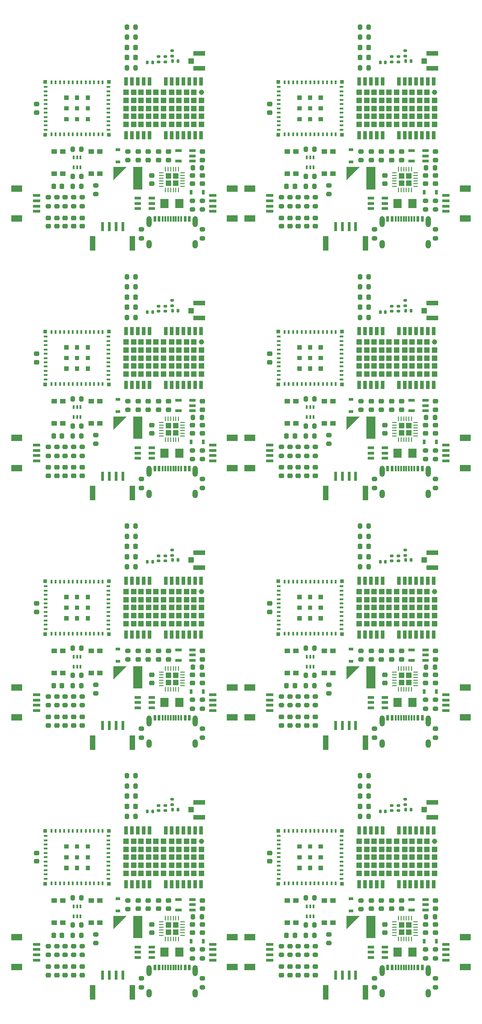
<source format=gtp>
%TF.GenerationSoftware,KiCad,Pcbnew,8.0.6*%
%TF.CreationDate,2024-11-18T21:06:19-07:00*%
%TF.ProjectId,SparkFun_RTK_Postcard_panelized,53706172-6b46-4756-9e5f-52544b5f506f,rev?*%
%TF.SameCoordinates,Original*%
%TF.FileFunction,Paste,Top*%
%TF.FilePolarity,Positive*%
%FSLAX46Y46*%
G04 Gerber Fmt 4.6, Leading zero omitted, Abs format (unit mm)*
G04 Created by KiCad (PCBNEW 8.0.6) date 2024-11-18 21:06:19*
%MOMM*%
%LPD*%
G01*
G04 APERTURE LIST*
G04 Aperture macros list*
%AMRoundRect*
0 Rectangle with rounded corners*
0 $1 Rounding radius*
0 $2 $3 $4 $5 $6 $7 $8 $9 X,Y pos of 4 corners*
0 Add a 4 corners polygon primitive as box body*
4,1,4,$2,$3,$4,$5,$6,$7,$8,$9,$2,$3,0*
0 Add four circle primitives for the rounded corners*
1,1,$1+$1,$2,$3*
1,1,$1+$1,$4,$5*
1,1,$1+$1,$6,$7*
1,1,$1+$1,$8,$9*
0 Add four rect primitives between the rounded corners*
20,1,$1+$1,$2,$3,$4,$5,0*
20,1,$1+$1,$4,$5,$6,$7,0*
20,1,$1+$1,$6,$7,$8,$9,0*
20,1,$1+$1,$8,$9,$2,$3,0*%
G04 Aperture macros list end*
%ADD10C,0.000000*%
%ADD11RoundRect,0.200000X0.275000X-0.200000X0.275000X0.200000X-0.275000X0.200000X-0.275000X-0.200000X0*%
%ADD12R,0.630000X0.830000*%
%ADD13RoundRect,0.225000X0.225000X0.250000X-0.225000X0.250000X-0.225000X-0.250000X0.225000X-0.250000X0*%
%ADD14RoundRect,0.140000X-0.170000X0.140000X-0.170000X-0.140000X0.170000X-0.140000X0.170000X0.140000X0*%
%ADD15RoundRect,0.200000X-0.275000X0.200000X-0.275000X-0.200000X0.275000X-0.200000X0.275000X0.200000X0*%
%ADD16RoundRect,0.200000X-0.200000X-0.275000X0.200000X-0.275000X0.200000X0.275000X-0.200000X0.275000X0*%
%ADD17R,0.800000X0.400000*%
%ADD18R,0.400000X0.800000*%
%ADD19R,0.700000X0.700000*%
%ADD20RoundRect,0.225000X0.250000X-0.225000X0.250000X0.225000X-0.250000X0.225000X-0.250000X-0.225000X0*%
%ADD21R,1.050000X1.000000*%
%ADD22R,2.200000X0.850000*%
%ADD23R,0.300000X0.660000*%
%ADD24R,1.000000X0.900000*%
%ADD25RoundRect,0.200000X0.200000X0.275000X-0.200000X0.275000X-0.200000X-0.275000X0.200000X-0.275000X0*%
%ADD26R,1.200000X0.550000*%
%ADD27R,1.350000X0.600000*%
%ADD28R,2.000000X1.200000*%
%ADD29RoundRect,0.140000X0.140000X0.170000X-0.140000X0.170000X-0.140000X-0.170000X0.140000X-0.170000X0*%
%ADD30RoundRect,0.225000X-0.250000X0.225000X-0.250000X-0.225000X0.250000X-0.225000X0.250000X0.225000X0*%
%ADD31RoundRect,0.250000X0.295000X-0.295000X0.295000X0.295000X-0.295000X0.295000X-0.295000X-0.295000X0*%
%ADD32RoundRect,0.062500X0.062500X-0.350000X0.062500X0.350000X-0.062500X0.350000X-0.062500X-0.350000X0*%
%ADD33RoundRect,0.062500X0.350000X-0.062500X0.350000X0.062500X-0.350000X0.062500X-0.350000X-0.062500X0*%
%ADD34RoundRect,0.135000X-0.185000X0.135000X-0.185000X-0.135000X0.185000X-0.135000X0.185000X0.135000X0*%
%ADD35R,1.600000X1.800000*%
%ADD36R,0.800000X1.500000*%
%ADD37C,1.000000*%
%ADD38R,1.000000X1.000000*%
%ADD39RoundRect,0.218750X0.256250X-0.218750X0.256250X0.218750X-0.256250X0.218750X-0.256250X-0.218750X0*%
%ADD40R,0.600000X1.700000*%
%ADD41R,1.000000X2.700000*%
%ADD42R,0.830000X0.630000*%
%ADD43R,0.300000X1.000000*%
%ADD44R,0.600000X1.000000*%
%ADD45O,1.000000X1.600000*%
%ADD46O,1.000000X2.100000*%
%ADD47RoundRect,0.135000X0.135000X0.185000X-0.135000X0.185000X-0.135000X-0.185000X0.135000X-0.185000X0*%
G04 APERTURE END LIST*
D10*
%TO.C,U5*%
G36*
X54780000Y168454000D02*
G01*
X53980000Y168454000D01*
X53980000Y169254000D01*
X54780000Y169254000D01*
X54780000Y168454000D01*
G37*
G36*
X54780000Y166454000D02*
G01*
X53980000Y166454000D01*
X53980000Y167254000D01*
X54780000Y167254000D01*
X54780000Y166454000D01*
G37*
G36*
X54780000Y164454000D02*
G01*
X53980000Y164454000D01*
X53980000Y165254000D01*
X54780000Y165254000D01*
X54780000Y164454000D01*
G37*
G36*
X56780000Y168454000D02*
G01*
X55980000Y168454000D01*
X55980000Y169254000D01*
X56780000Y169254000D01*
X56780000Y168454000D01*
G37*
G36*
X56780000Y166454000D02*
G01*
X55980000Y166454000D01*
X55980000Y167254000D01*
X56780000Y167254000D01*
X56780000Y166454000D01*
G37*
G36*
X56780000Y164454000D02*
G01*
X55980000Y164454000D01*
X55980000Y165254000D01*
X56780000Y165254000D01*
X56780000Y164454000D01*
G37*
G36*
X58780000Y168454000D02*
G01*
X57980000Y168454000D01*
X57980000Y169254000D01*
X58780000Y169254000D01*
X58780000Y168454000D01*
G37*
G36*
X58780000Y166454000D02*
G01*
X57980000Y166454000D01*
X57980000Y167254000D01*
X58780000Y167254000D01*
X58780000Y166454000D01*
G37*
G36*
X58780000Y164454000D02*
G01*
X57980000Y164454000D01*
X57980000Y165254000D01*
X58780000Y165254000D01*
X58780000Y164454000D01*
G37*
G36*
X54780000Y121726000D02*
G01*
X53980000Y121726000D01*
X53980000Y122526000D01*
X54780000Y122526000D01*
X54780000Y121726000D01*
G37*
G36*
X54780000Y119726000D02*
G01*
X53980000Y119726000D01*
X53980000Y120526000D01*
X54780000Y120526000D01*
X54780000Y119726000D01*
G37*
G36*
X54780000Y117726000D02*
G01*
X53980000Y117726000D01*
X53980000Y118526000D01*
X54780000Y118526000D01*
X54780000Y117726000D01*
G37*
G36*
X56780000Y121726000D02*
G01*
X55980000Y121726000D01*
X55980000Y122526000D01*
X56780000Y122526000D01*
X56780000Y121726000D01*
G37*
G36*
X56780000Y119726000D02*
G01*
X55980000Y119726000D01*
X55980000Y120526000D01*
X56780000Y120526000D01*
X56780000Y119726000D01*
G37*
G36*
X56780000Y117726000D02*
G01*
X55980000Y117726000D01*
X55980000Y118526000D01*
X56780000Y118526000D01*
X56780000Y117726000D01*
G37*
G36*
X58780000Y121726000D02*
G01*
X57980000Y121726000D01*
X57980000Y122526000D01*
X58780000Y122526000D01*
X58780000Y121726000D01*
G37*
G36*
X58780000Y119726000D02*
G01*
X57980000Y119726000D01*
X57980000Y120526000D01*
X58780000Y120526000D01*
X58780000Y119726000D01*
G37*
G36*
X58780000Y117726000D02*
G01*
X57980000Y117726000D01*
X57980000Y118526000D01*
X58780000Y118526000D01*
X58780000Y117726000D01*
G37*
G36*
X54780000Y74998000D02*
G01*
X53980000Y74998000D01*
X53980000Y75798000D01*
X54780000Y75798000D01*
X54780000Y74998000D01*
G37*
G36*
X54780000Y72998000D02*
G01*
X53980000Y72998000D01*
X53980000Y73798000D01*
X54780000Y73798000D01*
X54780000Y72998000D01*
G37*
G36*
X54780000Y70998000D02*
G01*
X53980000Y70998000D01*
X53980000Y71798000D01*
X54780000Y71798000D01*
X54780000Y70998000D01*
G37*
G36*
X56780000Y74998000D02*
G01*
X55980000Y74998000D01*
X55980000Y75798000D01*
X56780000Y75798000D01*
X56780000Y74998000D01*
G37*
G36*
X56780000Y72998000D02*
G01*
X55980000Y72998000D01*
X55980000Y73798000D01*
X56780000Y73798000D01*
X56780000Y72998000D01*
G37*
G36*
X56780000Y70998000D02*
G01*
X55980000Y70998000D01*
X55980000Y71798000D01*
X56780000Y71798000D01*
X56780000Y70998000D01*
G37*
G36*
X58780000Y74998000D02*
G01*
X57980000Y74998000D01*
X57980000Y75798000D01*
X58780000Y75798000D01*
X58780000Y74998000D01*
G37*
G36*
X58780000Y72998000D02*
G01*
X57980000Y72998000D01*
X57980000Y73798000D01*
X58780000Y73798000D01*
X58780000Y72998000D01*
G37*
G36*
X58780000Y70998000D02*
G01*
X57980000Y70998000D01*
X57980000Y71798000D01*
X58780000Y71798000D01*
X58780000Y70998000D01*
G37*
G36*
X54780000Y28270000D02*
G01*
X53980000Y28270000D01*
X53980000Y29070000D01*
X54780000Y29070000D01*
X54780000Y28270000D01*
G37*
G36*
X54780000Y26270000D02*
G01*
X53980000Y26270000D01*
X53980000Y27070000D01*
X54780000Y27070000D01*
X54780000Y26270000D01*
G37*
G36*
X54780000Y24270000D02*
G01*
X53980000Y24270000D01*
X53980000Y25070000D01*
X54780000Y25070000D01*
X54780000Y24270000D01*
G37*
G36*
X56780000Y28270000D02*
G01*
X55980000Y28270000D01*
X55980000Y29070000D01*
X56780000Y29070000D01*
X56780000Y28270000D01*
G37*
G36*
X56780000Y26270000D02*
G01*
X55980000Y26270000D01*
X55980000Y27070000D01*
X56780000Y27070000D01*
X56780000Y26270000D01*
G37*
G36*
X56780000Y24270000D02*
G01*
X55980000Y24270000D01*
X55980000Y25070000D01*
X56780000Y25070000D01*
X56780000Y24270000D01*
G37*
G36*
X58780000Y28270000D02*
G01*
X57980000Y28270000D01*
X57980000Y29070000D01*
X58780000Y29070000D01*
X58780000Y28270000D01*
G37*
G36*
X58780000Y26270000D02*
G01*
X57980000Y26270000D01*
X57980000Y27070000D01*
X58780000Y27070000D01*
X58780000Y26270000D01*
G37*
G36*
X58780000Y24270000D02*
G01*
X57980000Y24270000D01*
X57980000Y25070000D01*
X58780000Y25070000D01*
X58780000Y24270000D01*
G37*
G36*
X11100000Y168454000D02*
G01*
X10300000Y168454000D01*
X10300000Y169254000D01*
X11100000Y169254000D01*
X11100000Y168454000D01*
G37*
G36*
X11100000Y166454000D02*
G01*
X10300000Y166454000D01*
X10300000Y167254000D01*
X11100000Y167254000D01*
X11100000Y166454000D01*
G37*
G36*
X11100000Y164454000D02*
G01*
X10300000Y164454000D01*
X10300000Y165254000D01*
X11100000Y165254000D01*
X11100000Y164454000D01*
G37*
G36*
X13100000Y168454000D02*
G01*
X12300000Y168454000D01*
X12300000Y169254000D01*
X13100000Y169254000D01*
X13100000Y168454000D01*
G37*
G36*
X13100000Y166454000D02*
G01*
X12300000Y166454000D01*
X12300000Y167254000D01*
X13100000Y167254000D01*
X13100000Y166454000D01*
G37*
G36*
X13100000Y164454000D02*
G01*
X12300000Y164454000D01*
X12300000Y165254000D01*
X13100000Y165254000D01*
X13100000Y164454000D01*
G37*
G36*
X15100000Y168454000D02*
G01*
X14300000Y168454000D01*
X14300000Y169254000D01*
X15100000Y169254000D01*
X15100000Y168454000D01*
G37*
G36*
X15100000Y166454000D02*
G01*
X14300000Y166454000D01*
X14300000Y167254000D01*
X15100000Y167254000D01*
X15100000Y166454000D01*
G37*
G36*
X15100000Y164454000D02*
G01*
X14300000Y164454000D01*
X14300000Y165254000D01*
X15100000Y165254000D01*
X15100000Y164454000D01*
G37*
G36*
X11100000Y121726000D02*
G01*
X10300000Y121726000D01*
X10300000Y122526000D01*
X11100000Y122526000D01*
X11100000Y121726000D01*
G37*
G36*
X11100000Y119726000D02*
G01*
X10300000Y119726000D01*
X10300000Y120526000D01*
X11100000Y120526000D01*
X11100000Y119726000D01*
G37*
G36*
X11100000Y117726000D02*
G01*
X10300000Y117726000D01*
X10300000Y118526000D01*
X11100000Y118526000D01*
X11100000Y117726000D01*
G37*
G36*
X13100000Y121726000D02*
G01*
X12300000Y121726000D01*
X12300000Y122526000D01*
X13100000Y122526000D01*
X13100000Y121726000D01*
G37*
G36*
X13100000Y119726000D02*
G01*
X12300000Y119726000D01*
X12300000Y120526000D01*
X13100000Y120526000D01*
X13100000Y119726000D01*
G37*
G36*
X13100000Y117726000D02*
G01*
X12300000Y117726000D01*
X12300000Y118526000D01*
X13100000Y118526000D01*
X13100000Y117726000D01*
G37*
G36*
X15100000Y121726000D02*
G01*
X14300000Y121726000D01*
X14300000Y122526000D01*
X15100000Y122526000D01*
X15100000Y121726000D01*
G37*
G36*
X15100000Y119726000D02*
G01*
X14300000Y119726000D01*
X14300000Y120526000D01*
X15100000Y120526000D01*
X15100000Y119726000D01*
G37*
G36*
X15100000Y117726000D02*
G01*
X14300000Y117726000D01*
X14300000Y118526000D01*
X15100000Y118526000D01*
X15100000Y117726000D01*
G37*
G36*
X11100000Y74998000D02*
G01*
X10300000Y74998000D01*
X10300000Y75798000D01*
X11100000Y75798000D01*
X11100000Y74998000D01*
G37*
G36*
X11100000Y72998000D02*
G01*
X10300000Y72998000D01*
X10300000Y73798000D01*
X11100000Y73798000D01*
X11100000Y72998000D01*
G37*
G36*
X11100000Y70998000D02*
G01*
X10300000Y70998000D01*
X10300000Y71798000D01*
X11100000Y71798000D01*
X11100000Y70998000D01*
G37*
G36*
X13100000Y74998000D02*
G01*
X12300000Y74998000D01*
X12300000Y75798000D01*
X13100000Y75798000D01*
X13100000Y74998000D01*
G37*
G36*
X13100000Y72998000D02*
G01*
X12300000Y72998000D01*
X12300000Y73798000D01*
X13100000Y73798000D01*
X13100000Y72998000D01*
G37*
G36*
X13100000Y70998000D02*
G01*
X12300000Y70998000D01*
X12300000Y71798000D01*
X13100000Y71798000D01*
X13100000Y70998000D01*
G37*
G36*
X15100000Y74998000D02*
G01*
X14300000Y74998000D01*
X14300000Y75798000D01*
X15100000Y75798000D01*
X15100000Y74998000D01*
G37*
G36*
X15100000Y72998000D02*
G01*
X14300000Y72998000D01*
X14300000Y73798000D01*
X15100000Y73798000D01*
X15100000Y72998000D01*
G37*
G36*
X15100000Y70998000D02*
G01*
X14300000Y70998000D01*
X14300000Y71798000D01*
X15100000Y71798000D01*
X15100000Y70998000D01*
G37*
%TO.C,BT1*%
G36*
X63200000Y153421145D02*
G01*
X63200000Y155906500D01*
X65685355Y155906500D01*
X63200000Y153421145D01*
G37*
G36*
X68605000Y151701500D02*
G01*
X66905000Y151701500D01*
X66905000Y155901500D01*
X68605000Y155901500D01*
X68605000Y151701500D01*
G37*
G36*
X63200000Y106693145D02*
G01*
X63200000Y109178500D01*
X65685355Y109178500D01*
X63200000Y106693145D01*
G37*
G36*
X68605000Y104973500D02*
G01*
X66905000Y104973500D01*
X66905000Y109173500D01*
X68605000Y109173500D01*
X68605000Y104973500D01*
G37*
G36*
X63200000Y59965145D02*
G01*
X63200000Y62450500D01*
X65685355Y62450500D01*
X63200000Y59965145D01*
G37*
G36*
X68605000Y58245500D02*
G01*
X66905000Y58245500D01*
X66905000Y62445500D01*
X68605000Y62445500D01*
X68605000Y58245500D01*
G37*
G36*
X63200000Y13237145D02*
G01*
X63200000Y15722500D01*
X65685355Y15722500D01*
X63200000Y13237145D01*
G37*
G36*
X68605000Y11517500D02*
G01*
X66905000Y11517500D01*
X66905000Y15717500D01*
X68605000Y15717500D01*
X68605000Y11517500D01*
G37*
G36*
X19520000Y153421145D02*
G01*
X19520000Y155906500D01*
X22005355Y155906500D01*
X19520000Y153421145D01*
G37*
G36*
X24925000Y151701500D02*
G01*
X23225000Y151701500D01*
X23225000Y155901500D01*
X24925000Y155901500D01*
X24925000Y151701500D01*
G37*
G36*
X19520000Y106693145D02*
G01*
X19520000Y109178500D01*
X22005355Y109178500D01*
X19520000Y106693145D01*
G37*
G36*
X24925000Y104973500D02*
G01*
X23225000Y104973500D01*
X23225000Y109173500D01*
X24925000Y109173500D01*
X24925000Y104973500D01*
G37*
G36*
X19520000Y59965145D02*
G01*
X19520000Y62450500D01*
X22005355Y62450500D01*
X19520000Y59965145D01*
G37*
G36*
X24925000Y58245500D02*
G01*
X23225000Y58245500D01*
X23225000Y62445500D01*
X24925000Y62445500D01*
X24925000Y58245500D01*
G37*
G36*
X19520000Y13237145D02*
G01*
X19520000Y15722500D01*
X22005355Y15722500D01*
X19520000Y13237145D01*
G37*
G36*
X24925000Y11517500D02*
G01*
X23225000Y11517500D01*
X23225000Y15717500D01*
X24925000Y15717500D01*
X24925000Y11517500D01*
G37*
%TO.C,U5*%
G36*
X11100000Y28270000D02*
G01*
X10300000Y28270000D01*
X10300000Y29070000D01*
X11100000Y29070000D01*
X11100000Y28270000D01*
G37*
G36*
X11100000Y26270000D02*
G01*
X10300000Y26270000D01*
X10300000Y27070000D01*
X11100000Y27070000D01*
X11100000Y26270000D01*
G37*
G36*
X11100000Y24270000D02*
G01*
X10300000Y24270000D01*
X10300000Y25070000D01*
X11100000Y25070000D01*
X11100000Y24270000D01*
G37*
G36*
X13100000Y28270000D02*
G01*
X12300000Y28270000D01*
X12300000Y29070000D01*
X13100000Y29070000D01*
X13100000Y28270000D01*
G37*
G36*
X13100000Y26270000D02*
G01*
X12300000Y26270000D01*
X12300000Y27070000D01*
X13100000Y27070000D01*
X13100000Y26270000D01*
G37*
G36*
X13100000Y24270000D02*
G01*
X12300000Y24270000D01*
X12300000Y25070000D01*
X13100000Y25070000D01*
X13100000Y24270000D01*
G37*
G36*
X15100000Y28270000D02*
G01*
X14300000Y28270000D01*
X14300000Y29070000D01*
X15100000Y29070000D01*
X15100000Y28270000D01*
G37*
G36*
X15100000Y26270000D02*
G01*
X14300000Y26270000D01*
X14300000Y27070000D01*
X15100000Y27070000D01*
X15100000Y26270000D01*
G37*
G36*
X15100000Y24270000D02*
G01*
X14300000Y24270000D01*
X14300000Y25070000D01*
X15100000Y25070000D01*
X15100000Y24270000D01*
G37*
%TD*%
D11*
%TO.C,R18*%
X77970000Y147931500D03*
X77970000Y149581500D03*
%TD*%
%TO.C,R18*%
X77970000Y101203500D03*
X77970000Y102853500D03*
%TD*%
%TO.C,R18*%
X77970000Y54475500D03*
X77970000Y56125500D03*
%TD*%
%TO.C,R18*%
X77970000Y7747500D03*
X77970000Y9397500D03*
%TD*%
%TO.C,R18*%
X34290000Y147931500D03*
X34290000Y149581500D03*
%TD*%
%TO.C,R18*%
X34290000Y101203500D03*
X34290000Y102853500D03*
%TD*%
%TO.C,R18*%
X34290000Y54475500D03*
X34290000Y56125500D03*
%TD*%
D12*
%TO.C,D8*%
X77772500Y151137750D03*
X80072500Y151137750D03*
%TD*%
%TO.C,D8*%
X77772500Y104409750D03*
X80072500Y104409750D03*
%TD*%
%TO.C,D8*%
X77772500Y57681750D03*
X80072500Y57681750D03*
%TD*%
%TO.C,D8*%
X77772500Y10953750D03*
X80072500Y10953750D03*
%TD*%
%TO.C,D8*%
X34092500Y151137750D03*
X36392500Y151137750D03*
%TD*%
%TO.C,D8*%
X34092500Y104409750D03*
X36392500Y104409750D03*
%TD*%
%TO.C,D8*%
X34092500Y57681750D03*
X36392500Y57681750D03*
%TD*%
D11*
%TO.C,R7*%
X65905000Y157139000D03*
X65905000Y158789000D03*
%TD*%
%TO.C,R7*%
X65905000Y110411000D03*
X65905000Y112061000D03*
%TD*%
%TO.C,R7*%
X65905000Y63683000D03*
X65905000Y65333000D03*
%TD*%
%TO.C,R7*%
X65905000Y16955000D03*
X65905000Y18605000D03*
%TD*%
%TO.C,R7*%
X22225000Y157139000D03*
X22225000Y158789000D03*
%TD*%
%TO.C,R7*%
X22225000Y110411000D03*
X22225000Y112061000D03*
%TD*%
%TO.C,R7*%
X22225000Y63683000D03*
X22225000Y65333000D03*
%TD*%
D13*
%TO.C,C11*%
X53522500Y152249000D03*
X51972500Y152249000D03*
%TD*%
%TO.C,C11*%
X53522500Y105521000D03*
X51972500Y105521000D03*
%TD*%
%TO.C,C11*%
X53522500Y58793000D03*
X51972500Y58793000D03*
%TD*%
%TO.C,C11*%
X53522500Y12065000D03*
X51972500Y12065000D03*
%TD*%
%TO.C,C11*%
X9842500Y152249000D03*
X8292500Y152249000D03*
%TD*%
%TO.C,C11*%
X9842500Y105521000D03*
X8292500Y105521000D03*
%TD*%
%TO.C,C11*%
X9842500Y58793000D03*
X8292500Y58793000D03*
%TD*%
D14*
%TO.C,L1*%
X71620000Y176541500D03*
X71620000Y175581500D03*
%TD*%
%TO.C,L1*%
X71620000Y129813500D03*
X71620000Y128853500D03*
%TD*%
%TO.C,L1*%
X71620000Y83085500D03*
X71620000Y82125500D03*
%TD*%
%TO.C,L1*%
X71620000Y36357500D03*
X71620000Y35397500D03*
%TD*%
%TO.C,L1*%
X27940000Y176541500D03*
X27940000Y175581500D03*
%TD*%
%TO.C,L1*%
X27940000Y129813500D03*
X27940000Y128853500D03*
%TD*%
%TO.C,L1*%
X27940000Y83085500D03*
X27940000Y82125500D03*
%TD*%
D15*
%TO.C,R16*%
X50982500Y150216500D03*
X50982500Y148566500D03*
%TD*%
%TO.C,R16*%
X50982500Y103488500D03*
X50982500Y101838500D03*
%TD*%
%TO.C,R16*%
X50982500Y56760500D03*
X50982500Y55110500D03*
%TD*%
%TO.C,R16*%
X50982500Y10032500D03*
X50982500Y8382500D03*
%TD*%
%TO.C,R16*%
X7302500Y150216500D03*
X7302500Y148566500D03*
%TD*%
%TO.C,R16*%
X7302500Y103488500D03*
X7302500Y101838500D03*
%TD*%
%TO.C,R16*%
X7302500Y56760500D03*
X7302500Y55110500D03*
%TD*%
D13*
%TO.C,C3*%
X67315000Y178284000D03*
X65765000Y178284000D03*
%TD*%
%TO.C,C3*%
X67315000Y131556000D03*
X65765000Y131556000D03*
%TD*%
%TO.C,C3*%
X67315000Y84828000D03*
X65765000Y84828000D03*
%TD*%
%TO.C,C3*%
X67315000Y38100000D03*
X65765000Y38100000D03*
%TD*%
%TO.C,C3*%
X23635000Y178284000D03*
X22085000Y178284000D03*
%TD*%
%TO.C,C3*%
X23635000Y131556000D03*
X22085000Y131556000D03*
%TD*%
%TO.C,C3*%
X23635000Y84828000D03*
X22085000Y84828000D03*
%TD*%
D16*
%TO.C,R9*%
X78097500Y155741500D03*
X79747500Y155741500D03*
%TD*%
%TO.C,R9*%
X78097500Y109013500D03*
X79747500Y109013500D03*
%TD*%
%TO.C,R9*%
X78097500Y62285500D03*
X79747500Y62285500D03*
%TD*%
%TO.C,R9*%
X78097500Y15557500D03*
X79747500Y15557500D03*
%TD*%
%TO.C,R9*%
X34417500Y155741500D03*
X36067500Y155741500D03*
%TD*%
%TO.C,R9*%
X34417500Y109013500D03*
X36067500Y109013500D03*
%TD*%
%TO.C,R9*%
X34417500Y62285500D03*
X36067500Y62285500D03*
%TD*%
D17*
%TO.C,U5*%
X50480000Y170854000D03*
X50480000Y170054000D03*
X50480000Y169254000D03*
X50480000Y168454000D03*
X50480000Y167654000D03*
X50480000Y166854000D03*
X50480000Y166054000D03*
X50480000Y165254000D03*
X50480000Y164454000D03*
X50480000Y163654000D03*
X50480000Y162854000D03*
D18*
X51580000Y161954000D03*
X52380000Y161954000D03*
X53180000Y161954000D03*
X53980000Y161954000D03*
X54780000Y161954000D03*
X55580000Y161954000D03*
X56380000Y161954000D03*
X57180000Y161954000D03*
X57980000Y161954000D03*
X58780000Y161954000D03*
X59580000Y161954000D03*
X60380000Y161954000D03*
X61180000Y161954000D03*
D17*
X62280000Y162854000D03*
X62280000Y163654000D03*
X62280000Y164454000D03*
X62280000Y165254000D03*
X62280000Y166054000D03*
X62280000Y166854000D03*
X62280000Y167654000D03*
X62280000Y168454000D03*
X62280000Y169254000D03*
X62280000Y170054000D03*
X62280000Y170854000D03*
D18*
X61180000Y171754000D03*
X60380000Y171754000D03*
X59580000Y171754000D03*
X58780000Y171754000D03*
X57980000Y171754000D03*
X57180000Y171754000D03*
X56380000Y171754000D03*
X55580000Y171754000D03*
X54780000Y171754000D03*
X53980000Y171754000D03*
X53180000Y171754000D03*
X52380000Y171754000D03*
X51580000Y171754000D03*
D19*
X62330000Y171804000D03*
X62330000Y161904000D03*
X50430000Y161904000D03*
X50430000Y171804000D03*
%TD*%
D17*
%TO.C,U5*%
X50480000Y124126000D03*
X50480000Y123326000D03*
X50480000Y122526000D03*
X50480000Y121726000D03*
X50480000Y120926000D03*
X50480000Y120126000D03*
X50480000Y119326000D03*
X50480000Y118526000D03*
X50480000Y117726000D03*
X50480000Y116926000D03*
X50480000Y116126000D03*
D18*
X51580000Y115226000D03*
X52380000Y115226000D03*
X53180000Y115226000D03*
X53980000Y115226000D03*
X54780000Y115226000D03*
X55580000Y115226000D03*
X56380000Y115226000D03*
X57180000Y115226000D03*
X57980000Y115226000D03*
X58780000Y115226000D03*
X59580000Y115226000D03*
X60380000Y115226000D03*
X61180000Y115226000D03*
D17*
X62280000Y116126000D03*
X62280000Y116926000D03*
X62280000Y117726000D03*
X62280000Y118526000D03*
X62280000Y119326000D03*
X62280000Y120126000D03*
X62280000Y120926000D03*
X62280000Y121726000D03*
X62280000Y122526000D03*
X62280000Y123326000D03*
X62280000Y124126000D03*
D18*
X61180000Y125026000D03*
X60380000Y125026000D03*
X59580000Y125026000D03*
X58780000Y125026000D03*
X57980000Y125026000D03*
X57180000Y125026000D03*
X56380000Y125026000D03*
X55580000Y125026000D03*
X54780000Y125026000D03*
X53980000Y125026000D03*
X53180000Y125026000D03*
X52380000Y125026000D03*
X51580000Y125026000D03*
D19*
X62330000Y125076000D03*
X62330000Y115176000D03*
X50430000Y115176000D03*
X50430000Y125076000D03*
%TD*%
D17*
%TO.C,U5*%
X50480000Y77398000D03*
X50480000Y76598000D03*
X50480000Y75798000D03*
X50480000Y74998000D03*
X50480000Y74198000D03*
X50480000Y73398000D03*
X50480000Y72598000D03*
X50480000Y71798000D03*
X50480000Y70998000D03*
X50480000Y70198000D03*
X50480000Y69398000D03*
D18*
X51580000Y68498000D03*
X52380000Y68498000D03*
X53180000Y68498000D03*
X53980000Y68498000D03*
X54780000Y68498000D03*
X55580000Y68498000D03*
X56380000Y68498000D03*
X57180000Y68498000D03*
X57980000Y68498000D03*
X58780000Y68498000D03*
X59580000Y68498000D03*
X60380000Y68498000D03*
X61180000Y68498000D03*
D17*
X62280000Y69398000D03*
X62280000Y70198000D03*
X62280000Y70998000D03*
X62280000Y71798000D03*
X62280000Y72598000D03*
X62280000Y73398000D03*
X62280000Y74198000D03*
X62280000Y74998000D03*
X62280000Y75798000D03*
X62280000Y76598000D03*
X62280000Y77398000D03*
D18*
X61180000Y78298000D03*
X60380000Y78298000D03*
X59580000Y78298000D03*
X58780000Y78298000D03*
X57980000Y78298000D03*
X57180000Y78298000D03*
X56380000Y78298000D03*
X55580000Y78298000D03*
X54780000Y78298000D03*
X53980000Y78298000D03*
X53180000Y78298000D03*
X52380000Y78298000D03*
X51580000Y78298000D03*
D19*
X62330000Y78348000D03*
X62330000Y68448000D03*
X50430000Y68448000D03*
X50430000Y78348000D03*
%TD*%
D17*
%TO.C,U5*%
X50480000Y30670000D03*
X50480000Y29870000D03*
X50480000Y29070000D03*
X50480000Y28270000D03*
X50480000Y27470000D03*
X50480000Y26670000D03*
X50480000Y25870000D03*
X50480000Y25070000D03*
X50480000Y24270000D03*
X50480000Y23470000D03*
X50480000Y22670000D03*
D18*
X51580000Y21770000D03*
X52380000Y21770000D03*
X53180000Y21770000D03*
X53980000Y21770000D03*
X54780000Y21770000D03*
X55580000Y21770000D03*
X56380000Y21770000D03*
X57180000Y21770000D03*
X57980000Y21770000D03*
X58780000Y21770000D03*
X59580000Y21770000D03*
X60380000Y21770000D03*
X61180000Y21770000D03*
D17*
X62280000Y22670000D03*
X62280000Y23470000D03*
X62280000Y24270000D03*
X62280000Y25070000D03*
X62280000Y25870000D03*
X62280000Y26670000D03*
X62280000Y27470000D03*
X62280000Y28270000D03*
X62280000Y29070000D03*
X62280000Y29870000D03*
X62280000Y30670000D03*
D18*
X61180000Y31570000D03*
X60380000Y31570000D03*
X59580000Y31570000D03*
X58780000Y31570000D03*
X57980000Y31570000D03*
X57180000Y31570000D03*
X56380000Y31570000D03*
X55580000Y31570000D03*
X54780000Y31570000D03*
X53980000Y31570000D03*
X53180000Y31570000D03*
X52380000Y31570000D03*
X51580000Y31570000D03*
D19*
X62330000Y31620000D03*
X62330000Y21720000D03*
X50430000Y21720000D03*
X50430000Y31620000D03*
%TD*%
D17*
%TO.C,U5*%
X6800000Y170854000D03*
X6800000Y170054000D03*
X6800000Y169254000D03*
X6800000Y168454000D03*
X6800000Y167654000D03*
X6800000Y166854000D03*
X6800000Y166054000D03*
X6800000Y165254000D03*
X6800000Y164454000D03*
X6800000Y163654000D03*
X6800000Y162854000D03*
D18*
X7900000Y161954000D03*
X8700000Y161954000D03*
X9500000Y161954000D03*
X10300000Y161954000D03*
X11100000Y161954000D03*
X11900000Y161954000D03*
X12700000Y161954000D03*
X13500000Y161954000D03*
X14300000Y161954000D03*
X15100000Y161954000D03*
X15900000Y161954000D03*
X16700000Y161954000D03*
X17500000Y161954000D03*
D17*
X18600000Y162854000D03*
X18600000Y163654000D03*
X18600000Y164454000D03*
X18600000Y165254000D03*
X18600000Y166054000D03*
X18600000Y166854000D03*
X18600000Y167654000D03*
X18600000Y168454000D03*
X18600000Y169254000D03*
X18600000Y170054000D03*
X18600000Y170854000D03*
D18*
X17500000Y171754000D03*
X16700000Y171754000D03*
X15900000Y171754000D03*
X15100000Y171754000D03*
X14300000Y171754000D03*
X13500000Y171754000D03*
X12700000Y171754000D03*
X11900000Y171754000D03*
X11100000Y171754000D03*
X10300000Y171754000D03*
X9500000Y171754000D03*
X8700000Y171754000D03*
X7900000Y171754000D03*
D19*
X18650000Y171804000D03*
X18650000Y161904000D03*
X6750000Y161904000D03*
X6750000Y171804000D03*
%TD*%
D17*
%TO.C,U5*%
X6800000Y124126000D03*
X6800000Y123326000D03*
X6800000Y122526000D03*
X6800000Y121726000D03*
X6800000Y120926000D03*
X6800000Y120126000D03*
X6800000Y119326000D03*
X6800000Y118526000D03*
X6800000Y117726000D03*
X6800000Y116926000D03*
X6800000Y116126000D03*
D18*
X7900000Y115226000D03*
X8700000Y115226000D03*
X9500000Y115226000D03*
X10300000Y115226000D03*
X11100000Y115226000D03*
X11900000Y115226000D03*
X12700000Y115226000D03*
X13500000Y115226000D03*
X14300000Y115226000D03*
X15100000Y115226000D03*
X15900000Y115226000D03*
X16700000Y115226000D03*
X17500000Y115226000D03*
D17*
X18600000Y116126000D03*
X18600000Y116926000D03*
X18600000Y117726000D03*
X18600000Y118526000D03*
X18600000Y119326000D03*
X18600000Y120126000D03*
X18600000Y120926000D03*
X18600000Y121726000D03*
X18600000Y122526000D03*
X18600000Y123326000D03*
X18600000Y124126000D03*
D18*
X17500000Y125026000D03*
X16700000Y125026000D03*
X15900000Y125026000D03*
X15100000Y125026000D03*
X14300000Y125026000D03*
X13500000Y125026000D03*
X12700000Y125026000D03*
X11900000Y125026000D03*
X11100000Y125026000D03*
X10300000Y125026000D03*
X9500000Y125026000D03*
X8700000Y125026000D03*
X7900000Y125026000D03*
D19*
X18650000Y125076000D03*
X18650000Y115176000D03*
X6750000Y115176000D03*
X6750000Y125076000D03*
%TD*%
D17*
%TO.C,U5*%
X6800000Y77398000D03*
X6800000Y76598000D03*
X6800000Y75798000D03*
X6800000Y74998000D03*
X6800000Y74198000D03*
X6800000Y73398000D03*
X6800000Y72598000D03*
X6800000Y71798000D03*
X6800000Y70998000D03*
X6800000Y70198000D03*
X6800000Y69398000D03*
D18*
X7900000Y68498000D03*
X8700000Y68498000D03*
X9500000Y68498000D03*
X10300000Y68498000D03*
X11100000Y68498000D03*
X11900000Y68498000D03*
X12700000Y68498000D03*
X13500000Y68498000D03*
X14300000Y68498000D03*
X15100000Y68498000D03*
X15900000Y68498000D03*
X16700000Y68498000D03*
X17500000Y68498000D03*
D17*
X18600000Y69398000D03*
X18600000Y70198000D03*
X18600000Y70998000D03*
X18600000Y71798000D03*
X18600000Y72598000D03*
X18600000Y73398000D03*
X18600000Y74198000D03*
X18600000Y74998000D03*
X18600000Y75798000D03*
X18600000Y76598000D03*
X18600000Y77398000D03*
D18*
X17500000Y78298000D03*
X16700000Y78298000D03*
X15900000Y78298000D03*
X15100000Y78298000D03*
X14300000Y78298000D03*
X13500000Y78298000D03*
X12700000Y78298000D03*
X11900000Y78298000D03*
X11100000Y78298000D03*
X10300000Y78298000D03*
X9500000Y78298000D03*
X8700000Y78298000D03*
X7900000Y78298000D03*
D19*
X18650000Y78348000D03*
X18650000Y68448000D03*
X6750000Y68448000D03*
X6750000Y78348000D03*
%TD*%
D20*
%TO.C,C1*%
X79875000Y152744000D03*
X79875000Y154294000D03*
%TD*%
%TO.C,C1*%
X79875000Y106016000D03*
X79875000Y107566000D03*
%TD*%
%TO.C,C1*%
X79875000Y59288000D03*
X79875000Y60838000D03*
%TD*%
%TO.C,C1*%
X79875000Y12560000D03*
X79875000Y14110000D03*
%TD*%
%TO.C,C1*%
X36195000Y152744000D03*
X36195000Y154294000D03*
%TD*%
%TO.C,C1*%
X36195000Y106016000D03*
X36195000Y107566000D03*
%TD*%
%TO.C,C1*%
X36195000Y59288000D03*
X36195000Y60838000D03*
%TD*%
D21*
%TO.C,J6*%
X77715000Y175744000D03*
D22*
X79240000Y174369000D03*
X79240000Y177119000D03*
%TD*%
D21*
%TO.C,J6*%
X77715000Y129016000D03*
D22*
X79240000Y127641000D03*
X79240000Y130391000D03*
%TD*%
D21*
%TO.C,J6*%
X77715000Y82288000D03*
D22*
X79240000Y80913000D03*
X79240000Y83663000D03*
%TD*%
D21*
%TO.C,J6*%
X77715000Y35560000D03*
D22*
X79240000Y34185000D03*
X79240000Y36935000D03*
%TD*%
D21*
%TO.C,J6*%
X34035000Y175744000D03*
D22*
X35560000Y174369000D03*
X35560000Y177119000D03*
%TD*%
D21*
%TO.C,J6*%
X34035000Y129016000D03*
D22*
X35560000Y127641000D03*
X35560000Y130391000D03*
%TD*%
D21*
%TO.C,J6*%
X34035000Y82288000D03*
D22*
X35560000Y80913000D03*
X35560000Y83663000D03*
%TD*%
D16*
%TO.C,R6*%
X65715000Y174474000D03*
X67365000Y174474000D03*
%TD*%
%TO.C,R6*%
X65715000Y127746000D03*
X67365000Y127746000D03*
%TD*%
%TO.C,R6*%
X65715000Y81018000D03*
X67365000Y81018000D03*
%TD*%
%TO.C,R6*%
X65715000Y34290000D03*
X67365000Y34290000D03*
%TD*%
%TO.C,R6*%
X22035000Y174474000D03*
X23685000Y174474000D03*
%TD*%
%TO.C,R6*%
X22035000Y127746000D03*
X23685000Y127746000D03*
%TD*%
%TO.C,R6*%
X22035000Y81018000D03*
X23685000Y81018000D03*
%TD*%
D23*
%TO.C,Q1*%
X55730000Y155806500D03*
X56380000Y155806500D03*
X57030000Y155806500D03*
X57030000Y157646500D03*
X56380000Y157646500D03*
X55730000Y157646500D03*
%TD*%
%TO.C,Q1*%
X55730000Y109078500D03*
X56380000Y109078500D03*
X57030000Y109078500D03*
X57030000Y110918500D03*
X56380000Y110918500D03*
X55730000Y110918500D03*
%TD*%
%TO.C,Q1*%
X55730000Y62350500D03*
X56380000Y62350500D03*
X57030000Y62350500D03*
X57030000Y64190500D03*
X56380000Y64190500D03*
X55730000Y64190500D03*
%TD*%
%TO.C,Q1*%
X55730000Y15622500D03*
X56380000Y15622500D03*
X57030000Y15622500D03*
X57030000Y17462500D03*
X56380000Y17462500D03*
X55730000Y17462500D03*
%TD*%
%TO.C,Q1*%
X12050000Y155806500D03*
X12700000Y155806500D03*
X13350000Y155806500D03*
X13350000Y157646500D03*
X12700000Y157646500D03*
X12050000Y157646500D03*
%TD*%
%TO.C,Q1*%
X12050000Y109078500D03*
X12700000Y109078500D03*
X13350000Y109078500D03*
X13350000Y110918500D03*
X12700000Y110918500D03*
X12050000Y110918500D03*
%TD*%
%TO.C,Q1*%
X12050000Y62350500D03*
X12700000Y62350500D03*
X13350000Y62350500D03*
X13350000Y64190500D03*
X12700000Y64190500D03*
X12050000Y64190500D03*
%TD*%
D11*
%TO.C,R17*%
X79875000Y147931500D03*
X79875000Y149581500D03*
%TD*%
%TO.C,R17*%
X79875000Y101203500D03*
X79875000Y102853500D03*
%TD*%
%TO.C,R17*%
X79875000Y54475500D03*
X79875000Y56125500D03*
%TD*%
%TO.C,R17*%
X79875000Y7747500D03*
X79875000Y9397500D03*
%TD*%
%TO.C,R17*%
X36195000Y147931500D03*
X36195000Y149581500D03*
%TD*%
%TO.C,R17*%
X36195000Y101203500D03*
X36195000Y102853500D03*
%TD*%
%TO.C,R17*%
X36195000Y54475500D03*
X36195000Y56125500D03*
%TD*%
D24*
%TO.C,SW4*%
X53687500Y158744000D03*
X53687500Y154644000D03*
X52087500Y158744000D03*
X52087500Y154644000D03*
%TD*%
%TO.C,SW4*%
X53687500Y112016000D03*
X53687500Y107916000D03*
X52087500Y112016000D03*
X52087500Y107916000D03*
%TD*%
%TO.C,SW4*%
X53687500Y65288000D03*
X53687500Y61188000D03*
X52087500Y65288000D03*
X52087500Y61188000D03*
%TD*%
%TO.C,SW4*%
X53687500Y18560000D03*
X53687500Y14460000D03*
X52087500Y18560000D03*
X52087500Y14460000D03*
%TD*%
%TO.C,SW4*%
X10007500Y158744000D03*
X10007500Y154644000D03*
X8407500Y158744000D03*
X8407500Y154644000D03*
%TD*%
%TO.C,SW4*%
X10007500Y112016000D03*
X10007500Y107916000D03*
X8407500Y112016000D03*
X8407500Y107916000D03*
%TD*%
%TO.C,SW4*%
X10007500Y65288000D03*
X10007500Y61188000D03*
X8407500Y65288000D03*
X8407500Y61188000D03*
%TD*%
D25*
%TO.C,R13*%
X57205000Y152249000D03*
X55555000Y152249000D03*
%TD*%
%TO.C,R13*%
X57205000Y105521000D03*
X55555000Y105521000D03*
%TD*%
%TO.C,R13*%
X57205000Y58793000D03*
X55555000Y58793000D03*
%TD*%
%TO.C,R13*%
X57205000Y12065000D03*
X55555000Y12065000D03*
%TD*%
%TO.C,R13*%
X13525000Y152249000D03*
X11875000Y152249000D03*
%TD*%
%TO.C,R13*%
X13525000Y105521000D03*
X11875000Y105521000D03*
%TD*%
%TO.C,R13*%
X13525000Y58793000D03*
X11875000Y58793000D03*
%TD*%
D26*
%TO.C,U1*%
X67779900Y150024000D03*
X67779900Y149074000D03*
X67779900Y148124000D03*
X70380100Y148124000D03*
X70380000Y149074000D03*
X70380100Y150024000D03*
%TD*%
%TO.C,U1*%
X67779900Y103296000D03*
X67779900Y102346000D03*
X67779900Y101396000D03*
X70380100Y101396000D03*
X70380000Y102346000D03*
X70380100Y103296000D03*
%TD*%
%TO.C,U1*%
X67779900Y56568000D03*
X67779900Y55618000D03*
X67779900Y54668000D03*
X70380100Y54668000D03*
X70380000Y55618000D03*
X70380100Y56568000D03*
%TD*%
%TO.C,U1*%
X67779900Y9840000D03*
X67779900Y8890000D03*
X67779900Y7940000D03*
X70380100Y7940000D03*
X70380000Y8890000D03*
X70380100Y9840000D03*
%TD*%
%TO.C,U1*%
X24099900Y150024000D03*
X24099900Y149074000D03*
X24099900Y148124000D03*
X26700100Y148124000D03*
X26700000Y149074000D03*
X26700100Y150024000D03*
%TD*%
%TO.C,U1*%
X24099900Y103296000D03*
X24099900Y102346000D03*
X24099900Y101396000D03*
X26700100Y101396000D03*
X26700000Y102346000D03*
X26700100Y103296000D03*
%TD*%
%TO.C,U1*%
X24099900Y56568000D03*
X24099900Y55618000D03*
X24099900Y54668000D03*
X26700100Y54668000D03*
X26700000Y55618000D03*
X26700100Y56568000D03*
%TD*%
D27*
%TO.C,J4*%
X81780000Y147574000D03*
X81780000Y148574000D03*
X81780000Y149574000D03*
X81780000Y150574000D03*
D28*
X85455000Y151874000D03*
X85455000Y146274000D03*
%TD*%
D27*
%TO.C,J4*%
X81780000Y100846000D03*
X81780000Y101846000D03*
X81780000Y102846000D03*
X81780000Y103846000D03*
D28*
X85455000Y105146000D03*
X85455000Y99546000D03*
%TD*%
D27*
%TO.C,J4*%
X81780000Y54118000D03*
X81780000Y55118000D03*
X81780000Y56118000D03*
X81780000Y57118000D03*
D28*
X85455000Y58418000D03*
X85455000Y52818000D03*
%TD*%
D27*
%TO.C,J4*%
X81780000Y7390000D03*
X81780000Y8390000D03*
X81780000Y9390000D03*
X81780000Y10390000D03*
D28*
X85455000Y11690000D03*
X85455000Y6090000D03*
%TD*%
D27*
%TO.C,J4*%
X38100000Y147574000D03*
X38100000Y148574000D03*
X38100000Y149574000D03*
X38100000Y150574000D03*
D28*
X41775000Y151874000D03*
X41775000Y146274000D03*
%TD*%
D27*
%TO.C,J4*%
X38100000Y100846000D03*
X38100000Y101846000D03*
X38100000Y102846000D03*
X38100000Y103846000D03*
D28*
X41775000Y105146000D03*
X41775000Y99546000D03*
%TD*%
D27*
%TO.C,J4*%
X38100000Y54118000D03*
X38100000Y55118000D03*
X38100000Y56118000D03*
X38100000Y57118000D03*
D28*
X41775000Y58418000D03*
X41775000Y52818000D03*
%TD*%
D29*
%TO.C,C6*%
X70512500Y175426500D03*
X69552500Y175426500D03*
%TD*%
%TO.C,C6*%
X70512500Y128698500D03*
X69552500Y128698500D03*
%TD*%
%TO.C,C6*%
X70512500Y81970500D03*
X69552500Y81970500D03*
%TD*%
%TO.C,C6*%
X70512500Y35242500D03*
X69552500Y35242500D03*
%TD*%
%TO.C,C6*%
X26832500Y175426500D03*
X25872500Y175426500D03*
%TD*%
%TO.C,C6*%
X26832500Y128698500D03*
X25872500Y128698500D03*
%TD*%
%TO.C,C6*%
X26832500Y81970500D03*
X25872500Y81970500D03*
%TD*%
D30*
%TO.C,C10*%
X70350000Y154294000D03*
X70350000Y152744000D03*
%TD*%
%TO.C,C10*%
X70350000Y107566000D03*
X70350000Y106016000D03*
%TD*%
%TO.C,C10*%
X70350000Y60838000D03*
X70350000Y59288000D03*
%TD*%
%TO.C,C10*%
X70350000Y14110000D03*
X70350000Y12560000D03*
%TD*%
%TO.C,C10*%
X26670000Y154294000D03*
X26670000Y152744000D03*
%TD*%
%TO.C,C10*%
X26670000Y107566000D03*
X26670000Y106016000D03*
%TD*%
%TO.C,C10*%
X26670000Y60838000D03*
X26670000Y59288000D03*
%TD*%
D31*
%TO.C,U4*%
X73485000Y152844000D03*
X74835000Y152844000D03*
X73485000Y154194000D03*
X74835000Y154194000D03*
D32*
X72910000Y151556500D03*
X73410000Y151556500D03*
X73910000Y151556500D03*
X74410000Y151556500D03*
X74910000Y151556500D03*
X75410000Y151556500D03*
D33*
X76122500Y152269000D03*
X76122500Y152769000D03*
X76122500Y153269000D03*
X76122500Y153769000D03*
X76122500Y154269000D03*
X76122500Y154769000D03*
D32*
X75410000Y155481500D03*
X74910000Y155481500D03*
X74410000Y155481500D03*
X73910000Y155481500D03*
X73410000Y155481500D03*
X72910000Y155481500D03*
D33*
X72197500Y154769000D03*
X72197500Y154269000D03*
X72197500Y153769000D03*
X72197500Y153269000D03*
X72197500Y152769000D03*
X72197500Y152269000D03*
%TD*%
D31*
%TO.C,U4*%
X73485000Y106116000D03*
X74835000Y106116000D03*
X73485000Y107466000D03*
X74835000Y107466000D03*
D32*
X72910000Y104828500D03*
X73410000Y104828500D03*
X73910000Y104828500D03*
X74410000Y104828500D03*
X74910000Y104828500D03*
X75410000Y104828500D03*
D33*
X76122500Y105541000D03*
X76122500Y106041000D03*
X76122500Y106541000D03*
X76122500Y107041000D03*
X76122500Y107541000D03*
X76122500Y108041000D03*
D32*
X75410000Y108753500D03*
X74910000Y108753500D03*
X74410000Y108753500D03*
X73910000Y108753500D03*
X73410000Y108753500D03*
X72910000Y108753500D03*
D33*
X72197500Y108041000D03*
X72197500Y107541000D03*
X72197500Y107041000D03*
X72197500Y106541000D03*
X72197500Y106041000D03*
X72197500Y105541000D03*
%TD*%
D31*
%TO.C,U4*%
X73485000Y59388000D03*
X74835000Y59388000D03*
X73485000Y60738000D03*
X74835000Y60738000D03*
D32*
X72910000Y58100500D03*
X73410000Y58100500D03*
X73910000Y58100500D03*
X74410000Y58100500D03*
X74910000Y58100500D03*
X75410000Y58100500D03*
D33*
X76122500Y58813000D03*
X76122500Y59313000D03*
X76122500Y59813000D03*
X76122500Y60313000D03*
X76122500Y60813000D03*
X76122500Y61313000D03*
D32*
X75410000Y62025500D03*
X74910000Y62025500D03*
X74410000Y62025500D03*
X73910000Y62025500D03*
X73410000Y62025500D03*
X72910000Y62025500D03*
D33*
X72197500Y61313000D03*
X72197500Y60813000D03*
X72197500Y60313000D03*
X72197500Y59813000D03*
X72197500Y59313000D03*
X72197500Y58813000D03*
%TD*%
D31*
%TO.C,U4*%
X73485000Y12660000D03*
X74835000Y12660000D03*
X73485000Y14010000D03*
X74835000Y14010000D03*
D32*
X72910000Y11372500D03*
X73410000Y11372500D03*
X73910000Y11372500D03*
X74410000Y11372500D03*
X74910000Y11372500D03*
X75410000Y11372500D03*
D33*
X76122500Y12085000D03*
X76122500Y12585000D03*
X76122500Y13085000D03*
X76122500Y13585000D03*
X76122500Y14085000D03*
X76122500Y14585000D03*
D32*
X75410000Y15297500D03*
X74910000Y15297500D03*
X74410000Y15297500D03*
X73910000Y15297500D03*
X73410000Y15297500D03*
X72910000Y15297500D03*
D33*
X72197500Y14585000D03*
X72197500Y14085000D03*
X72197500Y13585000D03*
X72197500Y13085000D03*
X72197500Y12585000D03*
X72197500Y12085000D03*
%TD*%
D31*
%TO.C,U4*%
X29805000Y152844000D03*
X31155000Y152844000D03*
X29805000Y154194000D03*
X31155000Y154194000D03*
D32*
X29230000Y151556500D03*
X29730000Y151556500D03*
X30230000Y151556500D03*
X30730000Y151556500D03*
X31230000Y151556500D03*
X31730000Y151556500D03*
D33*
X32442500Y152269000D03*
X32442500Y152769000D03*
X32442500Y153269000D03*
X32442500Y153769000D03*
X32442500Y154269000D03*
X32442500Y154769000D03*
D32*
X31730000Y155481500D03*
X31230000Y155481500D03*
X30730000Y155481500D03*
X30230000Y155481500D03*
X29730000Y155481500D03*
X29230000Y155481500D03*
D33*
X28517500Y154769000D03*
X28517500Y154269000D03*
X28517500Y153769000D03*
X28517500Y153269000D03*
X28517500Y152769000D03*
X28517500Y152269000D03*
%TD*%
D31*
%TO.C,U4*%
X29805000Y106116000D03*
X31155000Y106116000D03*
X29805000Y107466000D03*
X31155000Y107466000D03*
D32*
X29230000Y104828500D03*
X29730000Y104828500D03*
X30230000Y104828500D03*
X30730000Y104828500D03*
X31230000Y104828500D03*
X31730000Y104828500D03*
D33*
X32442500Y105541000D03*
X32442500Y106041000D03*
X32442500Y106541000D03*
X32442500Y107041000D03*
X32442500Y107541000D03*
X32442500Y108041000D03*
D32*
X31730000Y108753500D03*
X31230000Y108753500D03*
X30730000Y108753500D03*
X30230000Y108753500D03*
X29730000Y108753500D03*
X29230000Y108753500D03*
D33*
X28517500Y108041000D03*
X28517500Y107541000D03*
X28517500Y107041000D03*
X28517500Y106541000D03*
X28517500Y106041000D03*
X28517500Y105541000D03*
%TD*%
D31*
%TO.C,U4*%
X29805000Y59388000D03*
X31155000Y59388000D03*
X29805000Y60738000D03*
X31155000Y60738000D03*
D32*
X29230000Y58100500D03*
X29730000Y58100500D03*
X30230000Y58100500D03*
X30730000Y58100500D03*
X31230000Y58100500D03*
X31730000Y58100500D03*
D33*
X32442500Y58813000D03*
X32442500Y59313000D03*
X32442500Y59813000D03*
X32442500Y60313000D03*
X32442500Y60813000D03*
X32442500Y61313000D03*
D32*
X31730000Y62025500D03*
X31230000Y62025500D03*
X30730000Y62025500D03*
X30230000Y62025500D03*
X29730000Y62025500D03*
X29230000Y62025500D03*
D33*
X28517500Y61313000D03*
X28517500Y60813000D03*
X28517500Y60313000D03*
X28517500Y59813000D03*
X28517500Y59313000D03*
X28517500Y58813000D03*
%TD*%
D34*
%TO.C,R19*%
X74160000Y177682750D03*
X74160000Y176662750D03*
%TD*%
%TO.C,R19*%
X74160000Y130954750D03*
X74160000Y129934750D03*
%TD*%
%TO.C,R19*%
X74160000Y84226750D03*
X74160000Y83206750D03*
%TD*%
%TO.C,R19*%
X74160000Y37498750D03*
X74160000Y36478750D03*
%TD*%
%TO.C,R19*%
X30480000Y177682750D03*
X30480000Y176662750D03*
%TD*%
%TO.C,R19*%
X30480000Y130954750D03*
X30480000Y129934750D03*
%TD*%
%TO.C,R19*%
X30480000Y84226750D03*
X30480000Y83206750D03*
%TD*%
D24*
%TO.C,SW5*%
X59072500Y154644000D03*
X59072500Y158744000D03*
X60672500Y154644000D03*
X60672500Y158744000D03*
%TD*%
%TO.C,SW5*%
X59072500Y107916000D03*
X59072500Y112016000D03*
X60672500Y107916000D03*
X60672500Y112016000D03*
%TD*%
%TO.C,SW5*%
X59072500Y61188000D03*
X59072500Y65288000D03*
X60672500Y61188000D03*
X60672500Y65288000D03*
%TD*%
%TO.C,SW5*%
X59072500Y14460000D03*
X59072500Y18560000D03*
X60672500Y14460000D03*
X60672500Y18560000D03*
%TD*%
%TO.C,SW5*%
X15392500Y154644000D03*
X15392500Y158744000D03*
X16992500Y154644000D03*
X16992500Y158744000D03*
%TD*%
%TO.C,SW5*%
X15392500Y107916000D03*
X15392500Y112016000D03*
X16992500Y107916000D03*
X16992500Y112016000D03*
%TD*%
%TO.C,SW5*%
X15392500Y61188000D03*
X15392500Y65288000D03*
X16992500Y61188000D03*
X16992500Y65288000D03*
%TD*%
D25*
%TO.C,R10*%
X57205000Y154154000D03*
X55555000Y154154000D03*
%TD*%
%TO.C,R10*%
X57205000Y107426000D03*
X55555000Y107426000D03*
%TD*%
%TO.C,R10*%
X57205000Y60698000D03*
X55555000Y60698000D03*
%TD*%
%TO.C,R10*%
X57205000Y13970000D03*
X55555000Y13970000D03*
%TD*%
%TO.C,R10*%
X13525000Y154154000D03*
X11875000Y154154000D03*
%TD*%
%TO.C,R10*%
X13525000Y107426000D03*
X11875000Y107426000D03*
%TD*%
%TO.C,R10*%
X13525000Y60698000D03*
X11875000Y60698000D03*
%TD*%
D20*
%TO.C,C7*%
X77970000Y152744000D03*
X77970000Y154294000D03*
%TD*%
%TO.C,C7*%
X77970000Y106016000D03*
X77970000Y107566000D03*
%TD*%
%TO.C,C7*%
X77970000Y59288000D03*
X77970000Y60838000D03*
%TD*%
%TO.C,C7*%
X77970000Y12560000D03*
X77970000Y14110000D03*
%TD*%
%TO.C,C7*%
X34290000Y152744000D03*
X34290000Y154294000D03*
%TD*%
%TO.C,C7*%
X34290000Y106016000D03*
X34290000Y107566000D03*
%TD*%
%TO.C,C7*%
X34290000Y59288000D03*
X34290000Y60838000D03*
%TD*%
D35*
%TO.C,F1*%
X72760000Y149074000D03*
X75560000Y149074000D03*
%TD*%
%TO.C,F1*%
X72760000Y102346000D03*
X75560000Y102346000D03*
%TD*%
%TO.C,F1*%
X72760000Y55618000D03*
X75560000Y55618000D03*
%TD*%
%TO.C,F1*%
X72760000Y8890000D03*
X75560000Y8890000D03*
%TD*%
%TO.C,F1*%
X29080000Y149074000D03*
X31880000Y149074000D03*
%TD*%
%TO.C,F1*%
X29080000Y102346000D03*
X31880000Y102346000D03*
%TD*%
%TO.C,F1*%
X29080000Y55618000D03*
X31880000Y55618000D03*
%TD*%
D20*
%TO.C,C8*%
X69715000Y157189000D03*
X69715000Y158739000D03*
%TD*%
%TO.C,C8*%
X69715000Y110461000D03*
X69715000Y112011000D03*
%TD*%
%TO.C,C8*%
X69715000Y63733000D03*
X69715000Y65283000D03*
%TD*%
%TO.C,C8*%
X69715000Y17005000D03*
X69715000Y18555000D03*
%TD*%
%TO.C,C8*%
X26035000Y157189000D03*
X26035000Y158739000D03*
%TD*%
%TO.C,C8*%
X26035000Y110461000D03*
X26035000Y112011000D03*
%TD*%
%TO.C,C8*%
X26035000Y63733000D03*
X26035000Y65283000D03*
%TD*%
D13*
%TO.C,C4*%
X67315000Y176379000D03*
X65765000Y176379000D03*
%TD*%
%TO.C,C4*%
X67315000Y129651000D03*
X65765000Y129651000D03*
%TD*%
%TO.C,C4*%
X67315000Y82923000D03*
X65765000Y82923000D03*
%TD*%
%TO.C,C4*%
X67315000Y36195000D03*
X65765000Y36195000D03*
%TD*%
%TO.C,C4*%
X23635000Y176379000D03*
X22085000Y176379000D03*
%TD*%
%TO.C,C4*%
X23635000Y129651000D03*
X22085000Y129651000D03*
%TD*%
%TO.C,C4*%
X23635000Y82923000D03*
X22085000Y82923000D03*
%TD*%
D26*
%TO.C,U2*%
X78000100Y157014000D03*
X78000100Y157964000D03*
X78000100Y158914000D03*
X75399900Y158914000D03*
X75399900Y157014000D03*
%TD*%
%TO.C,U2*%
X78000100Y110286000D03*
X78000100Y111236000D03*
X78000100Y112186000D03*
X75399900Y112186000D03*
X75399900Y110286000D03*
%TD*%
%TO.C,U2*%
X78000100Y63558000D03*
X78000100Y64508000D03*
X78000100Y65458000D03*
X75399900Y65458000D03*
X75399900Y63558000D03*
%TD*%
%TO.C,U2*%
X78000100Y16830000D03*
X78000100Y17780000D03*
X78000100Y18730000D03*
X75399900Y18730000D03*
X75399900Y16830000D03*
%TD*%
%TO.C,U2*%
X34320100Y157014000D03*
X34320100Y157964000D03*
X34320100Y158914000D03*
X31719900Y158914000D03*
X31719900Y157014000D03*
%TD*%
%TO.C,U2*%
X34320100Y110286000D03*
X34320100Y111236000D03*
X34320100Y112186000D03*
X31719900Y112186000D03*
X31719900Y110286000D03*
%TD*%
%TO.C,U2*%
X34320100Y63558000D03*
X34320100Y64508000D03*
X34320100Y65458000D03*
X31719900Y65458000D03*
X31719900Y63558000D03*
%TD*%
D36*
%TO.C,U3*%
X79572500Y171904000D03*
X78472500Y171904000D03*
X77372500Y171904000D03*
X76272500Y171904000D03*
X75172500Y171904000D03*
X74072500Y171904000D03*
X72972500Y171904000D03*
X69972500Y171904000D03*
X68872500Y171904000D03*
X67772500Y171904000D03*
X66672500Y171904000D03*
X65572500Y171904000D03*
X65572500Y161804000D03*
X66672500Y161804000D03*
X67772500Y161804000D03*
X68872500Y161804000D03*
X69972500Y161804000D03*
X72972500Y161804000D03*
X74072500Y161804000D03*
X75172500Y161804000D03*
X76272500Y161804000D03*
X77372500Y161804000D03*
X78472500Y161804000D03*
X79572500Y161804000D03*
D37*
X79672500Y169854000D03*
D38*
X78272500Y169854000D03*
X76872500Y169854000D03*
X75472500Y169854000D03*
X74072500Y169854000D03*
X72572500Y169854000D03*
X71172500Y169854000D03*
X69772500Y169854000D03*
X68372500Y169854000D03*
X66972500Y169854000D03*
X65572500Y169854000D03*
X79672500Y168354000D03*
X78272500Y168354000D03*
X76872500Y168354000D03*
X75472500Y168354000D03*
X74072500Y168354000D03*
X72572500Y168354000D03*
X71172500Y168354000D03*
X69772500Y168354000D03*
X68372500Y168354000D03*
X66972500Y168354000D03*
X65572500Y168354000D03*
X79672500Y166854000D03*
X78272500Y166854000D03*
X76872500Y166854000D03*
X75472500Y166854000D03*
X74072500Y166854000D03*
X72572500Y166854000D03*
X71172500Y166854000D03*
X69772500Y166854000D03*
X68372500Y166854000D03*
X66972500Y166854000D03*
X65572500Y166854000D03*
X79672500Y165354000D03*
X78272500Y165354000D03*
X76872500Y165354000D03*
X75472500Y165354000D03*
X74072500Y165354000D03*
X72572500Y165354000D03*
X71172500Y165354000D03*
X69772500Y165354000D03*
X68372500Y165354000D03*
X66972500Y165354000D03*
X65572500Y165354000D03*
X79672500Y163854000D03*
X78272500Y163854000D03*
X76872500Y163854000D03*
X75472500Y163854000D03*
X74072500Y163854000D03*
X72572500Y163854000D03*
X71172500Y163854000D03*
X69772500Y163854000D03*
X68372500Y163854000D03*
X66972500Y163854000D03*
X65572500Y163854000D03*
%TD*%
D36*
%TO.C,U3*%
X79572500Y125176000D03*
X78472500Y125176000D03*
X77372500Y125176000D03*
X76272500Y125176000D03*
X75172500Y125176000D03*
X74072500Y125176000D03*
X72972500Y125176000D03*
X69972500Y125176000D03*
X68872500Y125176000D03*
X67772500Y125176000D03*
X66672500Y125176000D03*
X65572500Y125176000D03*
X65572500Y115076000D03*
X66672500Y115076000D03*
X67772500Y115076000D03*
X68872500Y115076000D03*
X69972500Y115076000D03*
X72972500Y115076000D03*
X74072500Y115076000D03*
X75172500Y115076000D03*
X76272500Y115076000D03*
X77372500Y115076000D03*
X78472500Y115076000D03*
X79572500Y115076000D03*
D37*
X79672500Y123126000D03*
D38*
X78272500Y123126000D03*
X76872500Y123126000D03*
X75472500Y123126000D03*
X74072500Y123126000D03*
X72572500Y123126000D03*
X71172500Y123126000D03*
X69772500Y123126000D03*
X68372500Y123126000D03*
X66972500Y123126000D03*
X65572500Y123126000D03*
X79672500Y121626000D03*
X78272500Y121626000D03*
X76872500Y121626000D03*
X75472500Y121626000D03*
X74072500Y121626000D03*
X72572500Y121626000D03*
X71172500Y121626000D03*
X69772500Y121626000D03*
X68372500Y121626000D03*
X66972500Y121626000D03*
X65572500Y121626000D03*
X79672500Y120126000D03*
X78272500Y120126000D03*
X76872500Y120126000D03*
X75472500Y120126000D03*
X74072500Y120126000D03*
X72572500Y120126000D03*
X71172500Y120126000D03*
X69772500Y120126000D03*
X68372500Y120126000D03*
X66972500Y120126000D03*
X65572500Y120126000D03*
X79672500Y118626000D03*
X78272500Y118626000D03*
X76872500Y118626000D03*
X75472500Y118626000D03*
X74072500Y118626000D03*
X72572500Y118626000D03*
X71172500Y118626000D03*
X69772500Y118626000D03*
X68372500Y118626000D03*
X66972500Y118626000D03*
X65572500Y118626000D03*
X79672500Y117126000D03*
X78272500Y117126000D03*
X76872500Y117126000D03*
X75472500Y117126000D03*
X74072500Y117126000D03*
X72572500Y117126000D03*
X71172500Y117126000D03*
X69772500Y117126000D03*
X68372500Y117126000D03*
X66972500Y117126000D03*
X65572500Y117126000D03*
%TD*%
D36*
%TO.C,U3*%
X79572500Y78448000D03*
X78472500Y78448000D03*
X77372500Y78448000D03*
X76272500Y78448000D03*
X75172500Y78448000D03*
X74072500Y78448000D03*
X72972500Y78448000D03*
X69972500Y78448000D03*
X68872500Y78448000D03*
X67772500Y78448000D03*
X66672500Y78448000D03*
X65572500Y78448000D03*
X65572500Y68348000D03*
X66672500Y68348000D03*
X67772500Y68348000D03*
X68872500Y68348000D03*
X69972500Y68348000D03*
X72972500Y68348000D03*
X74072500Y68348000D03*
X75172500Y68348000D03*
X76272500Y68348000D03*
X77372500Y68348000D03*
X78472500Y68348000D03*
X79572500Y68348000D03*
D37*
X79672500Y76398000D03*
D38*
X78272500Y76398000D03*
X76872500Y76398000D03*
X75472500Y76398000D03*
X74072500Y76398000D03*
X72572500Y76398000D03*
X71172500Y76398000D03*
X69772500Y76398000D03*
X68372500Y76398000D03*
X66972500Y76398000D03*
X65572500Y76398000D03*
X79672500Y74898000D03*
X78272500Y74898000D03*
X76872500Y74898000D03*
X75472500Y74898000D03*
X74072500Y74898000D03*
X72572500Y74898000D03*
X71172500Y74898000D03*
X69772500Y74898000D03*
X68372500Y74898000D03*
X66972500Y74898000D03*
X65572500Y74898000D03*
X79672500Y73398000D03*
X78272500Y73398000D03*
X76872500Y73398000D03*
X75472500Y73398000D03*
X74072500Y73398000D03*
X72572500Y73398000D03*
X71172500Y73398000D03*
X69772500Y73398000D03*
X68372500Y73398000D03*
X66972500Y73398000D03*
X65572500Y73398000D03*
X79672500Y71898000D03*
X78272500Y71898000D03*
X76872500Y71898000D03*
X75472500Y71898000D03*
X74072500Y71898000D03*
X72572500Y71898000D03*
X71172500Y71898000D03*
X69772500Y71898000D03*
X68372500Y71898000D03*
X66972500Y71898000D03*
X65572500Y71898000D03*
X79672500Y70398000D03*
X78272500Y70398000D03*
X76872500Y70398000D03*
X75472500Y70398000D03*
X74072500Y70398000D03*
X72572500Y70398000D03*
X71172500Y70398000D03*
X69772500Y70398000D03*
X68372500Y70398000D03*
X66972500Y70398000D03*
X65572500Y70398000D03*
%TD*%
D36*
%TO.C,U3*%
X79572500Y31720000D03*
X78472500Y31720000D03*
X77372500Y31720000D03*
X76272500Y31720000D03*
X75172500Y31720000D03*
X74072500Y31720000D03*
X72972500Y31720000D03*
X69972500Y31720000D03*
X68872500Y31720000D03*
X67772500Y31720000D03*
X66672500Y31720000D03*
X65572500Y31720000D03*
X65572500Y21620000D03*
X66672500Y21620000D03*
X67772500Y21620000D03*
X68872500Y21620000D03*
X69972500Y21620000D03*
X72972500Y21620000D03*
X74072500Y21620000D03*
X75172500Y21620000D03*
X76272500Y21620000D03*
X77372500Y21620000D03*
X78472500Y21620000D03*
X79572500Y21620000D03*
D37*
X79672500Y29670000D03*
D38*
X78272500Y29670000D03*
X76872500Y29670000D03*
X75472500Y29670000D03*
X74072500Y29670000D03*
X72572500Y29670000D03*
X71172500Y29670000D03*
X69772500Y29670000D03*
X68372500Y29670000D03*
X66972500Y29670000D03*
X65572500Y29670000D03*
X79672500Y28170000D03*
X78272500Y28170000D03*
X76872500Y28170000D03*
X75472500Y28170000D03*
X74072500Y28170000D03*
X72572500Y28170000D03*
X71172500Y28170000D03*
X69772500Y28170000D03*
X68372500Y28170000D03*
X66972500Y28170000D03*
X65572500Y28170000D03*
X79672500Y26670000D03*
X78272500Y26670000D03*
X76872500Y26670000D03*
X75472500Y26670000D03*
X74072500Y26670000D03*
X72572500Y26670000D03*
X71172500Y26670000D03*
X69772500Y26670000D03*
X68372500Y26670000D03*
X66972500Y26670000D03*
X65572500Y26670000D03*
X79672500Y25170000D03*
X78272500Y25170000D03*
X76872500Y25170000D03*
X75472500Y25170000D03*
X74072500Y25170000D03*
X72572500Y25170000D03*
X71172500Y25170000D03*
X69772500Y25170000D03*
X68372500Y25170000D03*
X66972500Y25170000D03*
X65572500Y25170000D03*
X79672500Y23670000D03*
X78272500Y23670000D03*
X76872500Y23670000D03*
X75472500Y23670000D03*
X74072500Y23670000D03*
X72572500Y23670000D03*
X71172500Y23670000D03*
X69772500Y23670000D03*
X68372500Y23670000D03*
X66972500Y23670000D03*
X65572500Y23670000D03*
%TD*%
D36*
%TO.C,U3*%
X35892500Y171904000D03*
X34792500Y171904000D03*
X33692500Y171904000D03*
X32592500Y171904000D03*
X31492500Y171904000D03*
X30392500Y171904000D03*
X29292500Y171904000D03*
X26292500Y171904000D03*
X25192500Y171904000D03*
X24092500Y171904000D03*
X22992500Y171904000D03*
X21892500Y171904000D03*
X21892500Y161804000D03*
X22992500Y161804000D03*
X24092500Y161804000D03*
X25192500Y161804000D03*
X26292500Y161804000D03*
X29292500Y161804000D03*
X30392500Y161804000D03*
X31492500Y161804000D03*
X32592500Y161804000D03*
X33692500Y161804000D03*
X34792500Y161804000D03*
X35892500Y161804000D03*
D37*
X35992500Y169854000D03*
D38*
X34592500Y169854000D03*
X33192500Y169854000D03*
X31792500Y169854000D03*
X30392500Y169854000D03*
X28892500Y169854000D03*
X27492500Y169854000D03*
X26092500Y169854000D03*
X24692500Y169854000D03*
X23292500Y169854000D03*
X21892500Y169854000D03*
X35992500Y168354000D03*
X34592500Y168354000D03*
X33192500Y168354000D03*
X31792500Y168354000D03*
X30392500Y168354000D03*
X28892500Y168354000D03*
X27492500Y168354000D03*
X26092500Y168354000D03*
X24692500Y168354000D03*
X23292500Y168354000D03*
X21892500Y168354000D03*
X35992500Y166854000D03*
X34592500Y166854000D03*
X33192500Y166854000D03*
X31792500Y166854000D03*
X30392500Y166854000D03*
X28892500Y166854000D03*
X27492500Y166854000D03*
X26092500Y166854000D03*
X24692500Y166854000D03*
X23292500Y166854000D03*
X21892500Y166854000D03*
X35992500Y165354000D03*
X34592500Y165354000D03*
X33192500Y165354000D03*
X31792500Y165354000D03*
X30392500Y165354000D03*
X28892500Y165354000D03*
X27492500Y165354000D03*
X26092500Y165354000D03*
X24692500Y165354000D03*
X23292500Y165354000D03*
X21892500Y165354000D03*
X35992500Y163854000D03*
X34592500Y163854000D03*
X33192500Y163854000D03*
X31792500Y163854000D03*
X30392500Y163854000D03*
X28892500Y163854000D03*
X27492500Y163854000D03*
X26092500Y163854000D03*
X24692500Y163854000D03*
X23292500Y163854000D03*
X21892500Y163854000D03*
%TD*%
D36*
%TO.C,U3*%
X35892500Y125176000D03*
X34792500Y125176000D03*
X33692500Y125176000D03*
X32592500Y125176000D03*
X31492500Y125176000D03*
X30392500Y125176000D03*
X29292500Y125176000D03*
X26292500Y125176000D03*
X25192500Y125176000D03*
X24092500Y125176000D03*
X22992500Y125176000D03*
X21892500Y125176000D03*
X21892500Y115076000D03*
X22992500Y115076000D03*
X24092500Y115076000D03*
X25192500Y115076000D03*
X26292500Y115076000D03*
X29292500Y115076000D03*
X30392500Y115076000D03*
X31492500Y115076000D03*
X32592500Y115076000D03*
X33692500Y115076000D03*
X34792500Y115076000D03*
X35892500Y115076000D03*
D37*
X35992500Y123126000D03*
D38*
X34592500Y123126000D03*
X33192500Y123126000D03*
X31792500Y123126000D03*
X30392500Y123126000D03*
X28892500Y123126000D03*
X27492500Y123126000D03*
X26092500Y123126000D03*
X24692500Y123126000D03*
X23292500Y123126000D03*
X21892500Y123126000D03*
X35992500Y121626000D03*
X34592500Y121626000D03*
X33192500Y121626000D03*
X31792500Y121626000D03*
X30392500Y121626000D03*
X28892500Y121626000D03*
X27492500Y121626000D03*
X26092500Y121626000D03*
X24692500Y121626000D03*
X23292500Y121626000D03*
X21892500Y121626000D03*
X35992500Y120126000D03*
X34592500Y120126000D03*
X33192500Y120126000D03*
X31792500Y120126000D03*
X30392500Y120126000D03*
X28892500Y120126000D03*
X27492500Y120126000D03*
X26092500Y120126000D03*
X24692500Y120126000D03*
X23292500Y120126000D03*
X21892500Y120126000D03*
X35992500Y118626000D03*
X34592500Y118626000D03*
X33192500Y118626000D03*
X31792500Y118626000D03*
X30392500Y118626000D03*
X28892500Y118626000D03*
X27492500Y118626000D03*
X26092500Y118626000D03*
X24692500Y118626000D03*
X23292500Y118626000D03*
X21892500Y118626000D03*
X35992500Y117126000D03*
X34592500Y117126000D03*
X33192500Y117126000D03*
X31792500Y117126000D03*
X30392500Y117126000D03*
X28892500Y117126000D03*
X27492500Y117126000D03*
X26092500Y117126000D03*
X24692500Y117126000D03*
X23292500Y117126000D03*
X21892500Y117126000D03*
%TD*%
D36*
%TO.C,U3*%
X35892500Y78448000D03*
X34792500Y78448000D03*
X33692500Y78448000D03*
X32592500Y78448000D03*
X31492500Y78448000D03*
X30392500Y78448000D03*
X29292500Y78448000D03*
X26292500Y78448000D03*
X25192500Y78448000D03*
X24092500Y78448000D03*
X22992500Y78448000D03*
X21892500Y78448000D03*
X21892500Y68348000D03*
X22992500Y68348000D03*
X24092500Y68348000D03*
X25192500Y68348000D03*
X26292500Y68348000D03*
X29292500Y68348000D03*
X30392500Y68348000D03*
X31492500Y68348000D03*
X32592500Y68348000D03*
X33692500Y68348000D03*
X34792500Y68348000D03*
X35892500Y68348000D03*
D37*
X35992500Y76398000D03*
D38*
X34592500Y76398000D03*
X33192500Y76398000D03*
X31792500Y76398000D03*
X30392500Y76398000D03*
X28892500Y76398000D03*
X27492500Y76398000D03*
X26092500Y76398000D03*
X24692500Y76398000D03*
X23292500Y76398000D03*
X21892500Y76398000D03*
X35992500Y74898000D03*
X34592500Y74898000D03*
X33192500Y74898000D03*
X31792500Y74898000D03*
X30392500Y74898000D03*
X28892500Y74898000D03*
X27492500Y74898000D03*
X26092500Y74898000D03*
X24692500Y74898000D03*
X23292500Y74898000D03*
X21892500Y74898000D03*
X35992500Y73398000D03*
X34592500Y73398000D03*
X33192500Y73398000D03*
X31792500Y73398000D03*
X30392500Y73398000D03*
X28892500Y73398000D03*
X27492500Y73398000D03*
X26092500Y73398000D03*
X24692500Y73398000D03*
X23292500Y73398000D03*
X21892500Y73398000D03*
X35992500Y71898000D03*
X34592500Y71898000D03*
X33192500Y71898000D03*
X31792500Y71898000D03*
X30392500Y71898000D03*
X28892500Y71898000D03*
X27492500Y71898000D03*
X26092500Y71898000D03*
X24692500Y71898000D03*
X23292500Y71898000D03*
X21892500Y71898000D03*
X35992500Y70398000D03*
X34592500Y70398000D03*
X33192500Y70398000D03*
X31792500Y70398000D03*
X30392500Y70398000D03*
X28892500Y70398000D03*
X27492500Y70398000D03*
X26092500Y70398000D03*
X24692500Y70398000D03*
X23292500Y70398000D03*
X21892500Y70398000D03*
%TD*%
D27*
%TO.C,J7*%
X48760000Y150574000D03*
X48760000Y149574000D03*
X48760000Y148574000D03*
X48760000Y147574000D03*
D28*
X45085000Y146274000D03*
X45085000Y151874000D03*
%TD*%
D27*
%TO.C,J7*%
X48760000Y103846000D03*
X48760000Y102846000D03*
X48760000Y101846000D03*
X48760000Y100846000D03*
D28*
X45085000Y99546000D03*
X45085000Y105146000D03*
%TD*%
D27*
%TO.C,J7*%
X48760000Y57118000D03*
X48760000Y56118000D03*
X48760000Y55118000D03*
X48760000Y54118000D03*
D28*
X45085000Y52818000D03*
X45085000Y58418000D03*
%TD*%
D27*
%TO.C,J7*%
X48760000Y10390000D03*
X48760000Y9390000D03*
X48760000Y8390000D03*
X48760000Y7390000D03*
D28*
X45085000Y6090000D03*
X45085000Y11690000D03*
%TD*%
D27*
%TO.C,J7*%
X5080000Y150574000D03*
X5080000Y149574000D03*
X5080000Y148574000D03*
X5080000Y147574000D03*
D28*
X1405000Y146274000D03*
X1405000Y151874000D03*
%TD*%
D27*
%TO.C,J7*%
X5080000Y103846000D03*
X5080000Y102846000D03*
X5080000Y101846000D03*
X5080000Y100846000D03*
D28*
X1405000Y99546000D03*
X1405000Y105146000D03*
%TD*%
D27*
%TO.C,J7*%
X5080000Y57118000D03*
X5080000Y56118000D03*
X5080000Y55118000D03*
X5080000Y54118000D03*
D28*
X1405000Y52818000D03*
X1405000Y58418000D03*
%TD*%
D15*
%TO.C,R1*%
X79875000Y144184000D03*
X79875000Y142534000D03*
%TD*%
%TO.C,R1*%
X79875000Y97456000D03*
X79875000Y95806000D03*
%TD*%
%TO.C,R1*%
X79875000Y50728000D03*
X79875000Y49078000D03*
%TD*%
%TO.C,R1*%
X79875000Y4000000D03*
X79875000Y2350000D03*
%TD*%
%TO.C,R1*%
X36195000Y144184000D03*
X36195000Y142534000D03*
%TD*%
%TO.C,R1*%
X36195000Y97456000D03*
X36195000Y95806000D03*
%TD*%
%TO.C,R1*%
X36195000Y50728000D03*
X36195000Y49078000D03*
%TD*%
D39*
%TO.C,D9*%
X50982500Y144794000D03*
X50982500Y146369000D03*
%TD*%
%TO.C,D9*%
X50982500Y98066000D03*
X50982500Y99641000D03*
%TD*%
%TO.C,D9*%
X50982500Y51338000D03*
X50982500Y52913000D03*
%TD*%
%TO.C,D9*%
X50982500Y4610000D03*
X50982500Y6185000D03*
%TD*%
%TO.C,D9*%
X7302500Y144794000D03*
X7302500Y146369000D03*
%TD*%
%TO.C,D9*%
X7302500Y98066000D03*
X7302500Y99641000D03*
%TD*%
%TO.C,D9*%
X7302500Y51338000D03*
X7302500Y52913000D03*
%TD*%
%TO.C,D6*%
X57332500Y144794000D03*
X57332500Y146369000D03*
%TD*%
%TO.C,D6*%
X57332500Y98066000D03*
X57332500Y99641000D03*
%TD*%
%TO.C,D6*%
X57332500Y51338000D03*
X57332500Y52913000D03*
%TD*%
%TO.C,D6*%
X57332500Y4610000D03*
X57332500Y6185000D03*
%TD*%
%TO.C,D6*%
X13652500Y144794000D03*
X13652500Y146369000D03*
%TD*%
%TO.C,D6*%
X13652500Y98066000D03*
X13652500Y99641000D03*
%TD*%
%TO.C,D6*%
X13652500Y51338000D03*
X13652500Y52913000D03*
%TD*%
D25*
%TO.C,R15*%
X67365000Y182094000D03*
X65715000Y182094000D03*
%TD*%
%TO.C,R15*%
X67365000Y135366000D03*
X65715000Y135366000D03*
%TD*%
%TO.C,R15*%
X67365000Y88638000D03*
X65715000Y88638000D03*
%TD*%
%TO.C,R15*%
X67365000Y41910000D03*
X65715000Y41910000D03*
%TD*%
%TO.C,R15*%
X23685000Y182094000D03*
X22035000Y182094000D03*
%TD*%
%TO.C,R15*%
X23685000Y135366000D03*
X22035000Y135366000D03*
%TD*%
%TO.C,R15*%
X23685000Y88638000D03*
X22035000Y88638000D03*
%TD*%
D14*
%TO.C,D3*%
X72890000Y176541500D03*
X72890000Y175581500D03*
%TD*%
%TO.C,D3*%
X72890000Y129813500D03*
X72890000Y128853500D03*
%TD*%
%TO.C,D3*%
X72890000Y83085500D03*
X72890000Y82125500D03*
%TD*%
%TO.C,D3*%
X72890000Y36357500D03*
X72890000Y35397500D03*
%TD*%
%TO.C,D3*%
X29210000Y176541500D03*
X29210000Y175581500D03*
%TD*%
%TO.C,D3*%
X29210000Y129813500D03*
X29210000Y128853500D03*
%TD*%
%TO.C,D3*%
X29210000Y83085500D03*
X29210000Y82125500D03*
%TD*%
D30*
%TO.C,C12*%
X48760000Y167629000D03*
X48760000Y166079000D03*
%TD*%
%TO.C,C12*%
X48760000Y120901000D03*
X48760000Y119351000D03*
%TD*%
%TO.C,C12*%
X48760000Y74173000D03*
X48760000Y72623000D03*
%TD*%
%TO.C,C12*%
X48760000Y27445000D03*
X48760000Y25895000D03*
%TD*%
%TO.C,C12*%
X5080000Y167629000D03*
X5080000Y166079000D03*
%TD*%
%TO.C,C12*%
X5080000Y120901000D03*
X5080000Y119351000D03*
%TD*%
%TO.C,C12*%
X5080000Y74173000D03*
X5080000Y72623000D03*
%TD*%
D39*
%TO.C,D2*%
X52570000Y144794000D03*
X52570000Y146369000D03*
%TD*%
%TO.C,D2*%
X52570000Y98066000D03*
X52570000Y99641000D03*
%TD*%
%TO.C,D2*%
X52570000Y51338000D03*
X52570000Y52913000D03*
%TD*%
%TO.C,D2*%
X52570000Y4610000D03*
X52570000Y6185000D03*
%TD*%
%TO.C,D2*%
X8890000Y144794000D03*
X8890000Y146369000D03*
%TD*%
%TO.C,D2*%
X8890000Y98066000D03*
X8890000Y99641000D03*
%TD*%
%TO.C,D2*%
X8890000Y51338000D03*
X8890000Y52913000D03*
%TD*%
D20*
%TO.C,C2*%
X73525000Y157189000D03*
X73525000Y158739000D03*
%TD*%
%TO.C,C2*%
X73525000Y110461000D03*
X73525000Y112011000D03*
%TD*%
%TO.C,C2*%
X73525000Y63733000D03*
X73525000Y65283000D03*
%TD*%
%TO.C,C2*%
X73525000Y17005000D03*
X73525000Y18555000D03*
%TD*%
%TO.C,C2*%
X29845000Y157189000D03*
X29845000Y158739000D03*
%TD*%
%TO.C,C2*%
X29845000Y110461000D03*
X29845000Y112011000D03*
%TD*%
%TO.C,C2*%
X29845000Y63733000D03*
X29845000Y65283000D03*
%TD*%
D15*
%TO.C,R4*%
X55745000Y150216500D03*
X55745000Y148566500D03*
%TD*%
%TO.C,R4*%
X55745000Y103488500D03*
X55745000Y101838500D03*
%TD*%
%TO.C,R4*%
X55745000Y56760500D03*
X55745000Y55110500D03*
%TD*%
%TO.C,R4*%
X55745000Y10032500D03*
X55745000Y8382500D03*
%TD*%
%TO.C,R4*%
X12065000Y150216500D03*
X12065000Y148566500D03*
%TD*%
%TO.C,R4*%
X12065000Y103488500D03*
X12065000Y101838500D03*
%TD*%
%TO.C,R4*%
X12065000Y56760500D03*
X12065000Y55110500D03*
%TD*%
D39*
%TO.C,D1*%
X55745000Y144794000D03*
X55745000Y146369000D03*
%TD*%
%TO.C,D1*%
X55745000Y98066000D03*
X55745000Y99641000D03*
%TD*%
%TO.C,D1*%
X55745000Y51338000D03*
X55745000Y52913000D03*
%TD*%
%TO.C,D1*%
X55745000Y4610000D03*
X55745000Y6185000D03*
%TD*%
%TO.C,D1*%
X12065000Y144794000D03*
X12065000Y146369000D03*
%TD*%
%TO.C,D1*%
X12065000Y98066000D03*
X12065000Y99641000D03*
%TD*%
%TO.C,D1*%
X12065000Y51338000D03*
X12065000Y52913000D03*
%TD*%
D15*
%TO.C,R5*%
X54157500Y150216500D03*
X54157500Y148566500D03*
%TD*%
%TO.C,R5*%
X54157500Y103488500D03*
X54157500Y101838500D03*
%TD*%
%TO.C,R5*%
X54157500Y56760500D03*
X54157500Y55110500D03*
%TD*%
%TO.C,R5*%
X54157500Y10032500D03*
X54157500Y8382500D03*
%TD*%
%TO.C,R5*%
X10477500Y150216500D03*
X10477500Y148566500D03*
%TD*%
%TO.C,R5*%
X10477500Y103488500D03*
X10477500Y101838500D03*
%TD*%
%TO.C,R5*%
X10477500Y56760500D03*
X10477500Y55110500D03*
%TD*%
%TO.C,R2*%
X68445000Y144184000D03*
X68445000Y142534000D03*
%TD*%
%TO.C,R2*%
X68445000Y97456000D03*
X68445000Y95806000D03*
%TD*%
%TO.C,R2*%
X68445000Y50728000D03*
X68445000Y49078000D03*
%TD*%
%TO.C,R2*%
X68445000Y4000000D03*
X68445000Y2350000D03*
%TD*%
%TO.C,R2*%
X24765000Y144184000D03*
X24765000Y142534000D03*
%TD*%
%TO.C,R2*%
X24765000Y97456000D03*
X24765000Y95806000D03*
%TD*%
%TO.C,R2*%
X24765000Y50728000D03*
X24765000Y49078000D03*
%TD*%
D40*
%TO.C,J8*%
X61172500Y144754000D03*
X62422500Y144754000D03*
X63672500Y144754000D03*
X64922500Y144754000D03*
D41*
X66772500Y141554000D03*
X59322500Y141554000D03*
%TD*%
D40*
%TO.C,J8*%
X61172500Y98026000D03*
X62422500Y98026000D03*
X63672500Y98026000D03*
X64922500Y98026000D03*
D41*
X66772500Y94826000D03*
X59322500Y94826000D03*
%TD*%
D40*
%TO.C,J8*%
X61172500Y51298000D03*
X62422500Y51298000D03*
X63672500Y51298000D03*
X64922500Y51298000D03*
D41*
X66772500Y48098000D03*
X59322500Y48098000D03*
%TD*%
D40*
%TO.C,J8*%
X61172500Y4570000D03*
X62422500Y4570000D03*
X63672500Y4570000D03*
X64922500Y4570000D03*
D41*
X66772500Y1370000D03*
X59322500Y1370000D03*
%TD*%
D40*
%TO.C,J8*%
X17492500Y144754000D03*
X18742500Y144754000D03*
X19992500Y144754000D03*
X21242500Y144754000D03*
D41*
X23092500Y141554000D03*
X15642500Y141554000D03*
%TD*%
D40*
%TO.C,J8*%
X17492500Y98026000D03*
X18742500Y98026000D03*
X19992500Y98026000D03*
X21242500Y98026000D03*
D41*
X23092500Y94826000D03*
X15642500Y94826000D03*
%TD*%
D40*
%TO.C,J8*%
X17492500Y51298000D03*
X18742500Y51298000D03*
X19992500Y51298000D03*
X21242500Y51298000D03*
D41*
X23092500Y48098000D03*
X15642500Y48098000D03*
%TD*%
D42*
%TO.C,D5*%
X64000000Y159114000D03*
X64000000Y156814000D03*
%TD*%
%TO.C,D5*%
X64000000Y112386000D03*
X64000000Y110086000D03*
%TD*%
%TO.C,D5*%
X64000000Y65658000D03*
X64000000Y63358000D03*
%TD*%
%TO.C,D5*%
X64000000Y18930000D03*
X64000000Y16630000D03*
%TD*%
%TO.C,D5*%
X20320000Y159114000D03*
X20320000Y156814000D03*
%TD*%
%TO.C,D5*%
X20320000Y112386000D03*
X20320000Y110086000D03*
%TD*%
%TO.C,D5*%
X20320000Y65658000D03*
X20320000Y63358000D03*
%TD*%
D30*
%TO.C,C9*%
X67810000Y158739000D03*
X67810000Y157189000D03*
%TD*%
%TO.C,C9*%
X67810000Y112011000D03*
X67810000Y110461000D03*
%TD*%
%TO.C,C9*%
X67810000Y65283000D03*
X67810000Y63733000D03*
%TD*%
%TO.C,C9*%
X67810000Y18555000D03*
X67810000Y17005000D03*
%TD*%
%TO.C,C9*%
X24130000Y158739000D03*
X24130000Y157189000D03*
%TD*%
%TO.C,C9*%
X24130000Y112011000D03*
X24130000Y110461000D03*
%TD*%
%TO.C,C9*%
X24130000Y65283000D03*
X24130000Y63733000D03*
%TD*%
D43*
%TO.C,J1*%
X72910000Y146194000D03*
X73910000Y146194000D03*
X74410000Y146194000D03*
X75410000Y146194000D03*
X75910000Y146194000D03*
X74910000Y146194000D03*
X73410000Y146194000D03*
X72410000Y146194000D03*
D44*
X70935000Y146194000D03*
X77385000Y146194000D03*
D45*
X69842000Y141439000D03*
D46*
X69842000Y145619000D03*
X78478000Y145619000D03*
D45*
X78478000Y141439000D03*
D44*
X71710000Y146194000D03*
X76610000Y146194000D03*
%TD*%
D43*
%TO.C,J1*%
X72910000Y99466000D03*
X73910000Y99466000D03*
X74410000Y99466000D03*
X75410000Y99466000D03*
X75910000Y99466000D03*
X74910000Y99466000D03*
X73410000Y99466000D03*
X72410000Y99466000D03*
D44*
X70935000Y99466000D03*
X77385000Y99466000D03*
D45*
X69842000Y94711000D03*
D46*
X69842000Y98891000D03*
X78478000Y98891000D03*
D45*
X78478000Y94711000D03*
D44*
X71710000Y99466000D03*
X76610000Y99466000D03*
%TD*%
D43*
%TO.C,J1*%
X72910000Y52738000D03*
X73910000Y52738000D03*
X74410000Y52738000D03*
X75410000Y52738000D03*
X75910000Y52738000D03*
X74910000Y52738000D03*
X73410000Y52738000D03*
X72410000Y52738000D03*
D44*
X70935000Y52738000D03*
X77385000Y52738000D03*
D45*
X69842000Y47983000D03*
D46*
X69842000Y52163000D03*
X78478000Y52163000D03*
D45*
X78478000Y47983000D03*
D44*
X71710000Y52738000D03*
X76610000Y52738000D03*
%TD*%
D43*
%TO.C,J1*%
X72910000Y6010000D03*
X73910000Y6010000D03*
X74410000Y6010000D03*
X75410000Y6010000D03*
X75910000Y6010000D03*
X74910000Y6010000D03*
X73410000Y6010000D03*
X72410000Y6010000D03*
D44*
X70935000Y6010000D03*
X77385000Y6010000D03*
D45*
X69842000Y1255000D03*
D46*
X69842000Y5435000D03*
X78478000Y5435000D03*
D45*
X78478000Y1255000D03*
D44*
X71710000Y6010000D03*
X76610000Y6010000D03*
%TD*%
D43*
%TO.C,J1*%
X29230000Y146194000D03*
X30230000Y146194000D03*
X30730000Y146194000D03*
X31730000Y146194000D03*
X32230000Y146194000D03*
X31230000Y146194000D03*
X29730000Y146194000D03*
X28730000Y146194000D03*
D44*
X27255000Y146194000D03*
X33705000Y146194000D03*
D45*
X26162000Y141439000D03*
D46*
X26162000Y145619000D03*
X34798000Y145619000D03*
D45*
X34798000Y141439000D03*
D44*
X28030000Y146194000D03*
X32930000Y146194000D03*
%TD*%
D43*
%TO.C,J1*%
X29230000Y99466000D03*
X30230000Y99466000D03*
X30730000Y99466000D03*
X31730000Y99466000D03*
X32230000Y99466000D03*
X31230000Y99466000D03*
X29730000Y99466000D03*
X28730000Y99466000D03*
D44*
X27255000Y99466000D03*
X33705000Y99466000D03*
D45*
X26162000Y94711000D03*
D46*
X26162000Y98891000D03*
X34798000Y98891000D03*
D45*
X34798000Y94711000D03*
D44*
X28030000Y99466000D03*
X32930000Y99466000D03*
%TD*%
D43*
%TO.C,J1*%
X29230000Y52738000D03*
X30230000Y52738000D03*
X30730000Y52738000D03*
X31730000Y52738000D03*
X32230000Y52738000D03*
X31230000Y52738000D03*
X29730000Y52738000D03*
X28730000Y52738000D03*
D44*
X27255000Y52738000D03*
X33705000Y52738000D03*
D45*
X26162000Y47983000D03*
D46*
X26162000Y52163000D03*
X34798000Y52163000D03*
D45*
X34798000Y47983000D03*
D44*
X28030000Y52738000D03*
X32930000Y52738000D03*
%TD*%
D20*
%TO.C,C5*%
X71620000Y157189000D03*
X71620000Y158739000D03*
%TD*%
%TO.C,C5*%
X71620000Y110461000D03*
X71620000Y112011000D03*
%TD*%
%TO.C,C5*%
X71620000Y63733000D03*
X71620000Y65283000D03*
%TD*%
%TO.C,C5*%
X71620000Y17005000D03*
X71620000Y18555000D03*
%TD*%
%TO.C,C5*%
X27940000Y157189000D03*
X27940000Y158739000D03*
%TD*%
%TO.C,C5*%
X27940000Y110461000D03*
X27940000Y112011000D03*
%TD*%
%TO.C,C5*%
X27940000Y63733000D03*
X27940000Y65283000D03*
%TD*%
D15*
%TO.C,R3*%
X52570000Y150216500D03*
X52570000Y148566500D03*
%TD*%
%TO.C,R3*%
X52570000Y103488500D03*
X52570000Y101838500D03*
%TD*%
%TO.C,R3*%
X52570000Y56760500D03*
X52570000Y55110500D03*
%TD*%
%TO.C,R3*%
X52570000Y10032500D03*
X52570000Y8382500D03*
%TD*%
%TO.C,R3*%
X8890000Y150216500D03*
X8890000Y148566500D03*
%TD*%
%TO.C,R3*%
X8890000Y103488500D03*
X8890000Y101838500D03*
%TD*%
%TO.C,R3*%
X8890000Y56760500D03*
X8890000Y55110500D03*
%TD*%
%TO.C,R8*%
X59872500Y152439000D03*
X59872500Y150789000D03*
%TD*%
%TO.C,R8*%
X59872500Y105711000D03*
X59872500Y104061000D03*
%TD*%
%TO.C,R8*%
X59872500Y58983000D03*
X59872500Y57333000D03*
%TD*%
%TO.C,R8*%
X59872500Y12255000D03*
X59872500Y10605000D03*
%TD*%
%TO.C,R8*%
X16192500Y152439000D03*
X16192500Y150789000D03*
%TD*%
%TO.C,R8*%
X16192500Y105711000D03*
X16192500Y104061000D03*
%TD*%
%TO.C,R8*%
X16192500Y58983000D03*
X16192500Y57333000D03*
%TD*%
D16*
%TO.C,R11*%
X55555000Y159234000D03*
X57205000Y159234000D03*
%TD*%
%TO.C,R11*%
X55555000Y112506000D03*
X57205000Y112506000D03*
%TD*%
%TO.C,R11*%
X55555000Y65778000D03*
X57205000Y65778000D03*
%TD*%
%TO.C,R11*%
X55555000Y19050000D03*
X57205000Y19050000D03*
%TD*%
%TO.C,R11*%
X11875000Y159234000D03*
X13525000Y159234000D03*
%TD*%
%TO.C,R11*%
X11875000Y112506000D03*
X13525000Y112506000D03*
%TD*%
%TO.C,R11*%
X11875000Y65778000D03*
X13525000Y65778000D03*
%TD*%
D39*
%TO.C,D4*%
X54157500Y144794000D03*
X54157500Y146369000D03*
%TD*%
%TO.C,D4*%
X54157500Y98066000D03*
X54157500Y99641000D03*
%TD*%
%TO.C,D4*%
X54157500Y51338000D03*
X54157500Y52913000D03*
%TD*%
%TO.C,D4*%
X54157500Y4610000D03*
X54157500Y6185000D03*
%TD*%
%TO.C,D4*%
X10477500Y144794000D03*
X10477500Y146369000D03*
%TD*%
%TO.C,D4*%
X10477500Y98066000D03*
X10477500Y99641000D03*
%TD*%
%TO.C,D4*%
X10477500Y51338000D03*
X10477500Y52913000D03*
%TD*%
D15*
%TO.C,R14*%
X57332500Y150216500D03*
X57332500Y148566500D03*
%TD*%
%TO.C,R14*%
X57332500Y103488500D03*
X57332500Y101838500D03*
%TD*%
%TO.C,R14*%
X57332500Y56760500D03*
X57332500Y55110500D03*
%TD*%
%TO.C,R14*%
X57332500Y10032500D03*
X57332500Y8382500D03*
%TD*%
%TO.C,R14*%
X13652500Y150216500D03*
X13652500Y148566500D03*
%TD*%
%TO.C,R14*%
X13652500Y103488500D03*
X13652500Y101838500D03*
%TD*%
%TO.C,R14*%
X13652500Y56760500D03*
X13652500Y55110500D03*
%TD*%
D16*
%TO.C,R12*%
X65715000Y180189000D03*
X67365000Y180189000D03*
%TD*%
%TO.C,R12*%
X65715000Y133461000D03*
X67365000Y133461000D03*
%TD*%
%TO.C,R12*%
X65715000Y86733000D03*
X67365000Y86733000D03*
%TD*%
%TO.C,R12*%
X65715000Y40005000D03*
X67365000Y40005000D03*
%TD*%
%TO.C,R12*%
X22035000Y180189000D03*
X23685000Y180189000D03*
%TD*%
%TO.C,R12*%
X22035000Y133461000D03*
X23685000Y133461000D03*
%TD*%
%TO.C,R12*%
X22035000Y86733000D03*
X23685000Y86733000D03*
%TD*%
D47*
%TO.C,R20*%
X75305000Y175744000D03*
X74285000Y175744000D03*
%TD*%
%TO.C,R20*%
X75305000Y129016000D03*
X74285000Y129016000D03*
%TD*%
%TO.C,R20*%
X75305000Y82288000D03*
X74285000Y82288000D03*
%TD*%
%TO.C,R20*%
X75305000Y35560000D03*
X74285000Y35560000D03*
%TD*%
%TO.C,R20*%
X31625000Y175744000D03*
X30605000Y175744000D03*
%TD*%
%TO.C,R20*%
X31625000Y129016000D03*
X30605000Y129016000D03*
%TD*%
%TO.C,R20*%
X31625000Y82288000D03*
X30605000Y82288000D03*
%TD*%
D20*
%TO.C,D7*%
X79875000Y157189000D03*
X79875000Y158739000D03*
%TD*%
%TO.C,D7*%
X79875000Y110461000D03*
X79875000Y112011000D03*
%TD*%
%TO.C,D7*%
X79875000Y63733000D03*
X79875000Y65283000D03*
%TD*%
%TO.C,D7*%
X79875000Y17005000D03*
X79875000Y18555000D03*
%TD*%
%TO.C,D7*%
X36195000Y157189000D03*
X36195000Y158739000D03*
%TD*%
%TO.C,D7*%
X36195000Y110461000D03*
X36195000Y112011000D03*
%TD*%
%TO.C,D7*%
X36195000Y63733000D03*
X36195000Y65283000D03*
%TD*%
%TO.C,D7*%
X36195000Y17005000D03*
X36195000Y18555000D03*
%TD*%
D47*
%TO.C,R20*%
X31625000Y35560000D03*
X30605000Y35560000D03*
%TD*%
D16*
%TO.C,R12*%
X22035000Y40005000D03*
X23685000Y40005000D03*
%TD*%
D15*
%TO.C,R14*%
X13652500Y10032500D03*
X13652500Y8382500D03*
%TD*%
D39*
%TO.C,D4*%
X10477500Y4610000D03*
X10477500Y6185000D03*
%TD*%
D16*
%TO.C,R11*%
X11875000Y19050000D03*
X13525000Y19050000D03*
%TD*%
D15*
%TO.C,R8*%
X16192500Y12255000D03*
X16192500Y10605000D03*
%TD*%
%TO.C,R3*%
X8890000Y10032500D03*
X8890000Y8382500D03*
%TD*%
D20*
%TO.C,C5*%
X27940000Y17005000D03*
X27940000Y18555000D03*
%TD*%
D43*
%TO.C,J1*%
X29230000Y6010000D03*
X30230000Y6010000D03*
X30730000Y6010000D03*
X31730000Y6010000D03*
X32230000Y6010000D03*
X31230000Y6010000D03*
X29730000Y6010000D03*
X28730000Y6010000D03*
D44*
X27255000Y6010000D03*
X33705000Y6010000D03*
D45*
X26162000Y1255000D03*
D46*
X26162000Y5435000D03*
X34798000Y5435000D03*
D45*
X34798000Y1255000D03*
D44*
X28030000Y6010000D03*
X32930000Y6010000D03*
%TD*%
D30*
%TO.C,C9*%
X24130000Y18555000D03*
X24130000Y17005000D03*
%TD*%
D42*
%TO.C,D5*%
X20320000Y18930000D03*
X20320000Y16630000D03*
%TD*%
D40*
%TO.C,J8*%
X17492500Y4570000D03*
X18742500Y4570000D03*
X19992500Y4570000D03*
X21242500Y4570000D03*
D41*
X23092500Y1370000D03*
X15642500Y1370000D03*
%TD*%
D15*
%TO.C,R2*%
X24765000Y4000000D03*
X24765000Y2350000D03*
%TD*%
%TO.C,R5*%
X10477500Y10032500D03*
X10477500Y8382500D03*
%TD*%
D39*
%TO.C,D1*%
X12065000Y4610000D03*
X12065000Y6185000D03*
%TD*%
D15*
%TO.C,R4*%
X12065000Y10032500D03*
X12065000Y8382500D03*
%TD*%
D20*
%TO.C,C2*%
X29845000Y17005000D03*
X29845000Y18555000D03*
%TD*%
D39*
%TO.C,D2*%
X8890000Y4610000D03*
X8890000Y6185000D03*
%TD*%
D30*
%TO.C,C12*%
X5080000Y27445000D03*
X5080000Y25895000D03*
%TD*%
D14*
%TO.C,D3*%
X29210000Y36357500D03*
X29210000Y35397500D03*
%TD*%
D25*
%TO.C,R15*%
X23685000Y41910000D03*
X22035000Y41910000D03*
%TD*%
D39*
%TO.C,D6*%
X13652500Y4610000D03*
X13652500Y6185000D03*
%TD*%
%TO.C,D9*%
X7302500Y4610000D03*
X7302500Y6185000D03*
%TD*%
D15*
%TO.C,R1*%
X36195000Y4000000D03*
X36195000Y2350000D03*
%TD*%
D27*
%TO.C,J7*%
X5080000Y10390000D03*
X5080000Y9390000D03*
X5080000Y8390000D03*
X5080000Y7390000D03*
D28*
X1405000Y6090000D03*
X1405000Y11690000D03*
%TD*%
D36*
%TO.C,U3*%
X35892500Y31720000D03*
X34792500Y31720000D03*
X33692500Y31720000D03*
X32592500Y31720000D03*
X31492500Y31720000D03*
X30392500Y31720000D03*
X29292500Y31720000D03*
X26292500Y31720000D03*
X25192500Y31720000D03*
X24092500Y31720000D03*
X22992500Y31720000D03*
X21892500Y31720000D03*
X21892500Y21620000D03*
X22992500Y21620000D03*
X24092500Y21620000D03*
X25192500Y21620000D03*
X26292500Y21620000D03*
X29292500Y21620000D03*
X30392500Y21620000D03*
X31492500Y21620000D03*
X32592500Y21620000D03*
X33692500Y21620000D03*
X34792500Y21620000D03*
X35892500Y21620000D03*
D37*
X35992500Y29670000D03*
D38*
X34592500Y29670000D03*
X33192500Y29670000D03*
X31792500Y29670000D03*
X30392500Y29670000D03*
X28892500Y29670000D03*
X27492500Y29670000D03*
X26092500Y29670000D03*
X24692500Y29670000D03*
X23292500Y29670000D03*
X21892500Y29670000D03*
X35992500Y28170000D03*
X34592500Y28170000D03*
X33192500Y28170000D03*
X31792500Y28170000D03*
X30392500Y28170000D03*
X28892500Y28170000D03*
X27492500Y28170000D03*
X26092500Y28170000D03*
X24692500Y28170000D03*
X23292500Y28170000D03*
X21892500Y28170000D03*
X35992500Y26670000D03*
X34592500Y26670000D03*
X33192500Y26670000D03*
X31792500Y26670000D03*
X30392500Y26670000D03*
X28892500Y26670000D03*
X27492500Y26670000D03*
X26092500Y26670000D03*
X24692500Y26670000D03*
X23292500Y26670000D03*
X21892500Y26670000D03*
X35992500Y25170000D03*
X34592500Y25170000D03*
X33192500Y25170000D03*
X31792500Y25170000D03*
X30392500Y25170000D03*
X28892500Y25170000D03*
X27492500Y25170000D03*
X26092500Y25170000D03*
X24692500Y25170000D03*
X23292500Y25170000D03*
X21892500Y25170000D03*
X35992500Y23670000D03*
X34592500Y23670000D03*
X33192500Y23670000D03*
X31792500Y23670000D03*
X30392500Y23670000D03*
X28892500Y23670000D03*
X27492500Y23670000D03*
X26092500Y23670000D03*
X24692500Y23670000D03*
X23292500Y23670000D03*
X21892500Y23670000D03*
%TD*%
D26*
%TO.C,U2*%
X34320100Y16830000D03*
X34320100Y17780000D03*
X34320100Y18730000D03*
X31719900Y18730000D03*
X31719900Y16830000D03*
%TD*%
D13*
%TO.C,C4*%
X23635000Y36195000D03*
X22085000Y36195000D03*
%TD*%
D20*
%TO.C,C8*%
X26035000Y17005000D03*
X26035000Y18555000D03*
%TD*%
D35*
%TO.C,F1*%
X29080000Y8890000D03*
X31880000Y8890000D03*
%TD*%
D20*
%TO.C,C7*%
X34290000Y12560000D03*
X34290000Y14110000D03*
%TD*%
D25*
%TO.C,R10*%
X13525000Y13970000D03*
X11875000Y13970000D03*
%TD*%
D24*
%TO.C,SW5*%
X15392500Y14460000D03*
X15392500Y18560000D03*
X16992500Y14460000D03*
X16992500Y18560000D03*
%TD*%
D34*
%TO.C,R19*%
X30480000Y37498750D03*
X30480000Y36478750D03*
%TD*%
D31*
%TO.C,U4*%
X29805000Y12660000D03*
X31155000Y12660000D03*
X29805000Y14010000D03*
X31155000Y14010000D03*
D32*
X29230000Y11372500D03*
X29730000Y11372500D03*
X30230000Y11372500D03*
X30730000Y11372500D03*
X31230000Y11372500D03*
X31730000Y11372500D03*
D33*
X32442500Y12085000D03*
X32442500Y12585000D03*
X32442500Y13085000D03*
X32442500Y13585000D03*
X32442500Y14085000D03*
X32442500Y14585000D03*
D32*
X31730000Y15297500D03*
X31230000Y15297500D03*
X30730000Y15297500D03*
X30230000Y15297500D03*
X29730000Y15297500D03*
X29230000Y15297500D03*
D33*
X28517500Y14585000D03*
X28517500Y14085000D03*
X28517500Y13585000D03*
X28517500Y13085000D03*
X28517500Y12585000D03*
X28517500Y12085000D03*
%TD*%
D30*
%TO.C,C10*%
X26670000Y14110000D03*
X26670000Y12560000D03*
%TD*%
D29*
%TO.C,C6*%
X26832500Y35242500D03*
X25872500Y35242500D03*
%TD*%
D27*
%TO.C,J4*%
X38100000Y7390000D03*
X38100000Y8390000D03*
X38100000Y9390000D03*
X38100000Y10390000D03*
D28*
X41775000Y11690000D03*
X41775000Y6090000D03*
%TD*%
D26*
%TO.C,U1*%
X24099900Y9840000D03*
X24099900Y8890000D03*
X24099900Y7940000D03*
X26700100Y7940000D03*
X26700000Y8890000D03*
X26700100Y9840000D03*
%TD*%
D25*
%TO.C,R13*%
X13525000Y12065000D03*
X11875000Y12065000D03*
%TD*%
D24*
%TO.C,SW4*%
X10007500Y18560000D03*
X10007500Y14460000D03*
X8407500Y18560000D03*
X8407500Y14460000D03*
%TD*%
D11*
%TO.C,R17*%
X36195000Y7747500D03*
X36195000Y9397500D03*
%TD*%
D23*
%TO.C,Q1*%
X12050000Y15622500D03*
X12700000Y15622500D03*
X13350000Y15622500D03*
X13350000Y17462500D03*
X12700000Y17462500D03*
X12050000Y17462500D03*
%TD*%
D16*
%TO.C,R6*%
X22035000Y34290000D03*
X23685000Y34290000D03*
%TD*%
D21*
%TO.C,J6*%
X34035000Y35560000D03*
D22*
X35560000Y34185000D03*
X35560000Y36935000D03*
%TD*%
D20*
%TO.C,C1*%
X36195000Y12560000D03*
X36195000Y14110000D03*
%TD*%
D17*
%TO.C,U5*%
X6800000Y30670000D03*
X6800000Y29870000D03*
X6800000Y29070000D03*
X6800000Y28270000D03*
X6800000Y27470000D03*
X6800000Y26670000D03*
X6800000Y25870000D03*
X6800000Y25070000D03*
X6800000Y24270000D03*
X6800000Y23470000D03*
X6800000Y22670000D03*
D18*
X7900000Y21770000D03*
X8700000Y21770000D03*
X9500000Y21770000D03*
X10300000Y21770000D03*
X11100000Y21770000D03*
X11900000Y21770000D03*
X12700000Y21770000D03*
X13500000Y21770000D03*
X14300000Y21770000D03*
X15100000Y21770000D03*
X15900000Y21770000D03*
X16700000Y21770000D03*
X17500000Y21770000D03*
D17*
X18600000Y22670000D03*
X18600000Y23470000D03*
X18600000Y24270000D03*
X18600000Y25070000D03*
X18600000Y25870000D03*
X18600000Y26670000D03*
X18600000Y27470000D03*
X18600000Y28270000D03*
X18600000Y29070000D03*
X18600000Y29870000D03*
X18600000Y30670000D03*
D18*
X17500000Y31570000D03*
X16700000Y31570000D03*
X15900000Y31570000D03*
X15100000Y31570000D03*
X14300000Y31570000D03*
X13500000Y31570000D03*
X12700000Y31570000D03*
X11900000Y31570000D03*
X11100000Y31570000D03*
X10300000Y31570000D03*
X9500000Y31570000D03*
X8700000Y31570000D03*
X7900000Y31570000D03*
D19*
X18650000Y31620000D03*
X18650000Y21720000D03*
X6750000Y21720000D03*
X6750000Y31620000D03*
%TD*%
D16*
%TO.C,R9*%
X34417500Y15557500D03*
X36067500Y15557500D03*
%TD*%
D13*
%TO.C,C3*%
X23635000Y38100000D03*
X22085000Y38100000D03*
%TD*%
D15*
%TO.C,R16*%
X7302500Y10032500D03*
X7302500Y8382500D03*
%TD*%
D14*
%TO.C,L1*%
X27940000Y36357500D03*
X27940000Y35397500D03*
%TD*%
D13*
%TO.C,C11*%
X9842500Y12065000D03*
X8292500Y12065000D03*
%TD*%
D11*
%TO.C,R7*%
X22225000Y16955000D03*
X22225000Y18605000D03*
%TD*%
D12*
%TO.C,D8*%
X34092500Y10953750D03*
X36392500Y10953750D03*
%TD*%
D11*
%TO.C,R18*%
X34290000Y7747500D03*
X34290000Y9397500D03*
%TD*%
M02*

</source>
